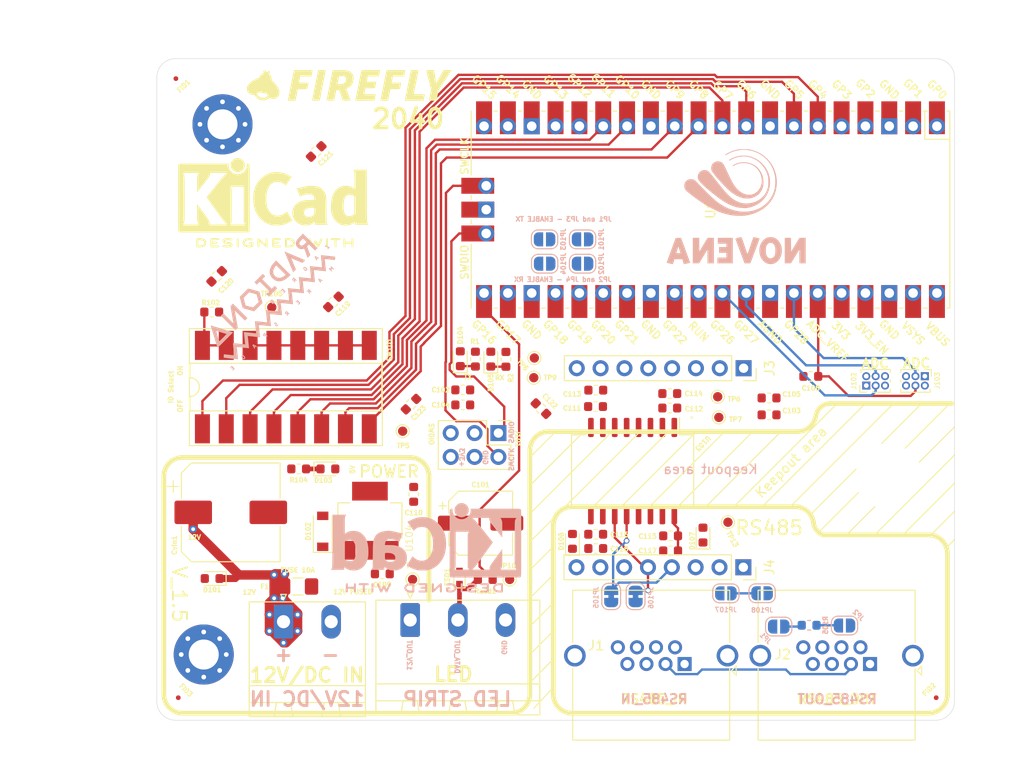
<source format=kicad_pcb>
(kicad_pcb (version 20171130) (host pcbnew 5.1.9+dfsg1-1+deb11u1)
  (layers (0 F.Cu signal) (1 GND.Cu power) (2 POWER.Cu power) (31 B.Cu signal) (34 B.Paste user) (35 F.Paste user) (36 B.SilkS user) (37 F.SilkS user) (38 B.Mask user) (39 F.Mask user) (44 Edge.Cuts user))
  (net 0 "")
  (net 1 GND1)
  (net 2 +3V3)
  (net 3 GND2)
  (net 4 "Net-(D103-Pad1)")
  (net 5 /DMX_Receive)
  (net 6 /DMX_Enable_Receive)
  (net 7 /DMX_Enable_Send)
  (net 8 /DMX_Send)
  (net 9 /RS485_transciever/DMX+)
  (net 10 /RS485_transciever/DXMgnd)
  (net 11 /RS485_transciever/DMX-)
  (net 12 /RS485_transciever/DMXTransmitterZ)
  (net 13 /RS485_transciever/DMXTransmitterY)
  (net 14 /RS485_transciever/DMXgnd)
  (net 15 /RS485_transciever/DMXchassignd)
  (net 16 "Net-(R102-Pad2)")
  (net 17 "Net-(ESD1-Pad1)")
  (net 18 /Addressable)
  (net 19 /SW_1)
  (net 20 /SW_2)
  (net 21 /SW_3)
  (net 22 /SW_4)
  (net 23 /SW_5)
  (net 24 /SW_6)
  (net 25 /SW_7)
  (net 26 /SW_8)
  (net 27 DMX_3V)
  (net 28 Vin_fused)
  (net 29 "Net-(JP1-Pad2)")
  (net 30 "Net-(JP2-Pad1)")
  (net 31 "Net-(D104-Pad1)")
  (net 32 "Net-(D105-Pad1)")
  (net 33 /Vin)
  (net 34 /A0)
  (net 35 /A3)
  (net 36 /A5)
  (net 37 /A4)
  (net 38 "Net-(U1-Pad19)")
  (net 39 "Net-(U1-Pad20)")
  (net 40 "Net-(U1-Pad25)")
  (net 41 "Net-(U1-Pad26)")
  (net 42 "Net-(U1-Pad27)")
  (net 43 "Net-(U1-Pad29)")
  (net 44 "Net-(U1-Pad30)")
  (net 45 "Net-(U1-Pad37)")
  (net 46 "Net-(U1-Pad39)")
  (net 47 "Net-(U1-Pad40)")
  (net 48 "Net-(U1-Pad1)")
  (net 49 "Net-(U1-Pad2)")
  (net 50 "Net-(U1-Pad4)")
  (net 51 "Net-(U1-Pad5)")
  (net 52 /SWDIO)
  (net 53 /SWCLK)
  (module Symbol:KiCad-Logo2_8mm_SilkScreen (layer F.Cu) (at 148.475 60.03)
    (fp_text reference REF** hide)
    (fp_text value KiCad-Logo2_8mm_SilkScreen hide)
  )
  (module Capacitor_SMD:C_0603_1608Metric (layer F.Cu) (at 142.455 68.7 225)
    (fp_text reference C120 (at 0 -1.414214 45) (layer F.SilkS) (effects (font (size 0.5 0.5) (thickness 0.125))))
    (fp_text value 100n hide)
    (pad 2 smd roundrect (at 0.7875 0 225) (size 0.875 0.95) (layers F.Cu F.Paste F.Mask))
    (pad 1 smd roundrect (at -0.7875 0 225) (size 0.875 0.95) (layers F.Cu F.Paste F.Mask))
  )
  (module Symbol:KiCad-Logo2_8mm_SilkScreen (layer B.Cu) (at 164.775 96.8 180)
    (fp_text reference REF** hide)
    (fp_text value KiCad-Logo2_8mm_SilkScreen hide)
  )
  (module Jumper:SolderJumper-2_P1.3mm_Open_RoundedPad1.0x1.5mm (layer B.Cu) (at 209.355 105.91)
    (fp_text reference JP2 (at 1.49 -1.1 135) (layer B.SilkS) (effects (font (size 0.5 0.5) (thickness 0.125)) (justify mirror)))
    (fp_text value ET2 hide)
    (pad 1 smd custom (at -0.65 0) (size 1 0.5) (layers B.Cu B.Mask) (net 30 "Net-(JP2-Pad1)") (options (clearance outline) (anchor rect)) (primitives (gr_circle (center 0 -0.25) (end 0.5 -0.25) (width 0)) (gr_circle (center 0 0.25) (end 0.5 0.25) (width 0)) (gr_poly (pts (xy 0 0.75) (xy 0.5 0.75) (xy 0.5 -0.75) (xy 0 -0.75)) (width 0))))
    (pad 2 smd custom (at 0.65 0) (size 1 0.5) (layers B.Cu B.Mask) (options (clearance outline) (anchor rect)) (primitives (gr_circle (center 0 -0.25) (end 0.5 -0.25) (width 0)) (gr_circle (center 0 0.25) (end 0.5 0.25) (width 0)) (gr_poly (pts (xy 0 0.75) (xy -0.5 0.75) (xy -0.5 -0.75) (xy 0 -0.75)) (width 0))))
  )
  (module Jumper:SolderJumper-2_P1.3mm_Open_RoundedPad1.0x1.5mm (layer B.Cu) (at 202.345 106.02)
    (fp_text reference JP1 (at -1.4 1.25 -45) (layer B.SilkS) (effects (font (size 0.5 0.5) (thickness 0.125)) (justify mirror)))
    (fp_text value ET1 hide)
    (pad 2 smd custom (at 0.65 0) (size 1 0.5) (layers B.Cu B.Mask) (net 29 "Net-(JP1-Pad2)") (options (clearance outline) (anchor rect)) (primitives (gr_circle (center 0 -0.25) (end 0.5 -0.25) (width 0)) (gr_circle (center 0 0.25) (end 0.5 0.25) (width 0)) (gr_poly (pts (xy 0 0.75) (xy -0.5 0.75) (xy -0.5 -0.75) (xy 0 -0.75)) (width 0))))
    (pad 1 smd custom (at -0.65 0) (size 1 0.5) (layers B.Cu B.Mask) (options (clearance outline) (anchor rect)) (primitives (gr_circle (center 0 -0.25) (end 0.5 -0.25) (width 0)) (gr_circle (center 0 0.25) (end 0.5 0.25) (width 0)) (gr_poly (pts (xy 0 0.75) (xy 0.5 0.75) (xy 0.5 -0.75) (xy 0 -0.75)) (width 0))))
  )
  (module Jumper:SolderJumper-2_P1.3mm_Open_RoundedPad1.0x1.5mm (layer B.Cu) (at 200.575 102.47)
    (fp_text reference JP108 (at 0 1.8) (layer B.SilkS) (effects (font (size 0.5 0.5) (thickness 0.1)) (justify mirror)))
    (fp_text value SolderJumper_2_Open hide)
    (pad 1 smd custom (at -0.65 0) (size 1 0.5) (layers B.Cu B.Mask) (net 14 /RS485_transciever/DMXgnd) (options (clearance outline) (anchor rect)) (primitives (gr_circle (center 0 -0.25) (end 0.5 -0.25) (width 0)) (gr_circle (center 0 0.25) (end 0.5 0.25) (width 0)) (gr_poly (pts (xy 0 0.75) (xy 0.5 0.75) (xy 0.5 -0.75) (xy 0 -0.75)) (width 0))))
    (pad 2 smd custom (at 0.65 0) (size 1 0.5) (layers B.Cu B.Mask) (options (clearance outline) (anchor rect)) (primitives (gr_circle (center 0 -0.25) (end 0.5 -0.25) (width 0)) (gr_circle (center 0 0.25) (end 0.5 0.25) (width 0)) (gr_poly (pts (xy 0 0.75) (xy -0.5 0.75) (xy -0.5 -0.75) (xy 0 -0.75)) (width 0))))
  )
  (module Jumper:SolderJumper-2_P1.3mm_Open_RoundedPad1.0x1.5mm (layer B.Cu) (at 177.405 67.35)
    (fp_text reference JP104 (at 2 0 -270) (layer B.SilkS) (effects (font (size 0.5 0.5) (thickness 0.125)) (justify mirror)))
    (fp_text value Driver_Disable1 hide)
    (pad 1 smd custom (at -0.65 0) (size 1 0.5) (layers B.Cu B.Mask) (options (clearance outline) (anchor rect)) (primitives (gr_circle (center 0 -0.25) (end 0.5 -0.25) (width 0)) (gr_circle (center 0 0.25) (end 0.5 0.25) (width 0)) (gr_poly (pts (xy 0 0.75) (xy 0.5 0.75) (xy 0.5 -0.75) (xy 0 -0.75)) (width 0))))
    (pad 2 smd custom (at 0.65 0) (size 1 0.5) (layers B.Cu B.Mask) (options (clearance outline) (anchor rect)) (primitives (gr_circle (center 0 -0.25) (end 0.5 -0.25) (width 0)) (gr_circle (center 0 0.25) (end 0.5 0.25) (width 0)) (gr_poly (pts (xy 0 0.75) (xy -0.5 0.75) (xy -0.5 -0.75) (xy 0 -0.75)) (width 0))))
  )
  (module Jumper:SolderJumper-2_P1.3mm_Open_RoundedPad1.0x1.5mm (layer B.Cu) (at 177.395 64.76 180)
    (fp_text reference JP103 (at -2 0 270) (layer B.SilkS) (effects (font (size 0.5 0.5) (thickness 0.125)) (justify mirror)))
    (fp_text value Driver_Enable1 hide)
    (pad 2 smd custom (at 0.65 0 180) (size 1 0.5) (layers B.Cu B.Mask) (options (clearance outline) (anchor rect)) (primitives (gr_circle (center 0 -0.25) (end 0.5 -0.25) (width 0)) (gr_circle (center 0 0.25) (end 0.5 0.25) (width 0)) (gr_poly (pts (xy 0 0.75) (xy -0.5 0.75) (xy -0.5 -0.75) (xy 0 -0.75)) (width 0))))
    (pad 1 smd custom (at -0.65 0 180) (size 1 0.5) (layers B.Cu B.Mask) (options (clearance outline) (anchor rect)) (primitives (gr_circle (center 0 -0.25) (end 0.5 -0.25) (width 0)) (gr_circle (center 0 0.25) (end 0.5 0.25) (width 0)) (gr_poly (pts (xy 0 0.75) (xy 0.5 0.75) (xy 0.5 -0.75) (xy 0 -0.75)) (width 0))))
  )
  (module Jumper:SolderJumper-2_P1.3mm_Open_RoundedPad1.0x1.5mm (layer B.Cu) (at 181.445 67.35)
    (fp_text reference JP102 (at 2 0 90) (layer B.SilkS) (effects (font (size 0.5 0.5) (thickness 0.125)) (justify mirror)))
    (fp_text value Receiver_Enable1 hide)
    (pad 1 smd custom (at -0.65 0) (size 1 0.5) (layers B.Cu B.Mask) (options (clearance outline) (anchor rect)) (primitives (gr_circle (center 0 -0.25) (end 0.5 -0.25) (width 0)) (gr_circle (center 0 0.25) (end 0.5 0.25) (width 0)) (gr_poly (pts (xy 0 0.75) (xy 0.5 0.75) (xy 0.5 -0.75) (xy 0 -0.75)) (width 0))))
    (pad 2 smd custom (at 0.65 0) (size 1 0.5) (layers B.Cu B.Mask) (options (clearance outline) (anchor rect)) (primitives (gr_circle (center 0 -0.25) (end 0.5 -0.25) (width 0)) (gr_circle (center 0 0.25) (end 0.5 0.25) (width 0)) (gr_poly (pts (xy 0 0.75) (xy -0.5 0.75) (xy -0.5 -0.75) (xy 0 -0.75)) (width 0))))
  )
  (module Jumper:SolderJumper-2_P1.3mm_Open_RoundedPad1.0x1.5mm (layer B.Cu) (at 181.445 64.76 180)
    (fp_text reference JP101 (at -2 0 270) (layer B.SilkS) (effects (font (size 0.5 0.5) (thickness 0.125)) (justify mirror)))
    (fp_text value Receiver_Disable1 hide)
    (pad 2 smd custom (at 0.65 0 180) (size 1 0.5) (layers B.Cu B.Mask) (options (clearance outline) (anchor rect)) (primitives (gr_circle (center 0 -0.25) (end 0.5 -0.25) (width 0)) (gr_circle (center 0 0.25) (end 0.5 0.25) (width 0)) (gr_poly (pts (xy 0 0.75) (xy -0.5 0.75) (xy -0.5 -0.75) (xy 0 -0.75)) (width 0))))
    (pad 1 smd custom (at -0.65 0 180) (size 1 0.5) (layers B.Cu B.Mask) (options (clearance outline) (anchor rect)) (primitives (gr_circle (center 0 -0.25) (end 0.5 -0.25) (width 0)) (gr_circle (center 0 0.25) (end 0.5 0.25) (width 0)) (gr_poly (pts (xy 0 0.75) (xy 0.5 0.75) (xy 0.5 -0.75) (xy 0 -0.75)) (width 0))))
  )
  (module Jumper:SolderJumper-2_P1.3mm_Open_RoundedPad1.0x1.5mm (layer B.Cu) (at 196.715 102.48)
    (fp_text reference JP107 (at 0 1.75) (layer B.SilkS) (effects (font (size 0.5 0.5) (thickness 0.1)) (justify mirror)))
    (fp_text value SolderJumper_2_Open hide)
    (pad 2 smd custom (at 0.65 0) (size 1 0.5) (layers B.Cu B.Mask) (net 14 /RS485_transciever/DMXgnd) (options (clearance outline) (anchor rect)) (primitives (gr_circle (center 0 -0.25) (end 0.5 -0.25) (width 0)) (gr_circle (center 0 0.25) (end 0.5 0.25) (width 0)) (gr_poly (pts (xy 0 0.75) (xy -0.5 0.75) (xy -0.5 -0.75) (xy 0 -0.75)) (width 0))))
    (pad 1 smd custom (at -0.65 0) (size 1 0.5) (layers B.Cu B.Mask) (options (clearance outline) (anchor rect)) (primitives (gr_circle (center 0 -0.25) (end 0.5 -0.25) (width 0)) (gr_circle (center 0 0.25) (end 0.5 0.25) (width 0)) (gr_poly (pts (xy 0 0.75) (xy 0.5 0.75) (xy 0.5 -0.75) (xy 0 -0.75)) (width 0))))
  )
  (module logo:FireFly_big (layer F.Cu) (at 156.675 48.375)
    (fp_text reference G*** hide)
    (fp_text value LOGO hide)
  )
  (module logo:novena (layer B.Cu) (at 198.295 61.64 180)
    (fp_text reference G*** hide)
    (fp_text value LOGO hide)
  )
  (module logo:radiona-16mm (layer B.Cu) (at 148.25 71.075 225)
    (fp_text reference G*** hide)
    (fp_text value LOGO hide)
  )
  (module Capacitor_SMD:C_0603_1608Metric (layer F.Cu) (at 160.105 100.4 180)
    (fp_text reference C109 (at 0.02 -1.16 180) (layer F.SilkS) (effects (font (size 0.5 0.5) (thickness 0.125))))
    (fp_text value 1uF hide)
    (pad 2 smd roundrect (at 0.7875 0 180) (size 0.875 0.95) (layers F.Cu F.Paste F.Mask))
    (pad 1 smd roundrect (at -0.7875 0 180) (size 0.875 0.95) (layers F.Cu F.Paste F.Mask))
  )
  (module Fiducial:Fiducial_0.5mm_Mask1mm (layer F.Cu) (at 138.361 113.6 45)
    (fp_text reference FID3 (at 1.14127 0.009899 135) (layer F.SilkS) (effects (font (size 0.5 0.5) (thickness 0.125))))
    (fp_text value FID_TLV hide)
    (pad "" smd circle (at 0 0 45) (size 0.5 0.5) (layers F.Cu F.Mask) (clearance 0.25))
  )
  (module Fiducial:Fiducial_0.5mm_Mask1mm (layer F.Cu) (at 138.107 47.628 225)
    (fp_text reference FID1 (at -0.018385 -1.152584 45) (layer F.SilkS) (effects (font (size 0.5 0.5) (thickness 0.125))))
    (fp_text value FID_ATM hide)
    (pad "" smd circle (at 0 0 225) (size 0.5 0.5) (layers F.Cu F.Mask) (clearance 0.25))
  )
  (module Capacitor_SMD:C_0603_1608Metric (layer F.Cu) (at 153.0592 55.39224 45)
    (fp_text reference C121 (at 0.176777 1.237437 45) (layer F.SilkS) (effects (font (size 0.5 0.5) (thickness 0.125))))
    (fp_text value 100n hide)
    (pad 1 smd roundrect (at -0.7875 0 45) (size 0.875 0.95) (layers F.Cu F.Paste F.Mask))
    (pad 2 smd roundrect (at 0.7875 0 45) (size 0.875 0.95) (layers F.Cu F.Paste F.Mask))
  )
  (module Capacitor_SMD:C_0603_1608Metric (layer F.Cu) (at 163.167353 82.317247 45)
    (fp_text reference C123 (at -0.096383 1.237437 45) (layer F.SilkS) (effects (font (size 0.5 0.5) (thickness 0.125))))
    (fp_text value 100n hide)
    (pad 1 smd roundrect (at -0.7875 0 45) (size 0.875 0.95) (layers F.Cu F.Paste F.Mask))
    (pad 2 smd roundrect (at 0.7875 0 45) (size 0.875 0.95) (layers F.Cu F.Paste F.Mask))
  )
  (module Resistor_SMD:R_0603_1608Metric (layer F.Cu) (at 173.275 77.54 270)
    (fp_text reference R2 (at 1.99 -0.53 90) (layer F.SilkS) (effects (font (size 0.5 0.5) (thickness 0.125))))
    (fp_text value 300 hide)
    (pad 2 smd roundrect (at 0.7875 0 270) (size 0.875 0.95) (layers F.Cu F.Paste F.Mask) (net 32 "Net-(D105-Pad1)"))
    (pad 1 smd roundrect (at -0.7875 0 270) (size 0.875 0.95) (layers F.Cu F.Paste F.Mask))
  )
  (module Connector_RJ:RJ45_Amphenol_RJHSE5380 (layer F.Cu) (at 212.075 110.01 180)
    (fp_text reference J2 (at 9.29 1.02) (layer F.SilkS))
    (fp_text value RJ45_Shielded hide)
    (pad SH thru_hole circle (at -4.57 0.89 180) (size 2.3 2.3) (drill 1.57) (layers *.Cu *.Mask))
    (pad SH thru_hole circle (at 11.69 0.89 180) (size 2.3 2.3) (drill 1.57) (layers *.Cu *.Mask))
    (pad "" np_thru_hole circle (at 9.91 -2.54 180) (size 3.25 3.25) (drill 3.25) (layers *.Cu *.Mask))
    (pad "" np_thru_hole circle (at -2.79 -2.54 180) (size 3.25 3.25) (drill 3.25) (layers *.Cu *.Mask))
    (pad 8 thru_hole circle (at 7.112 1.78 180) (size 1.5 1.5) (drill 0.89) (layers *.Cu *.Mask))
    (pad 6 thru_hole circle (at 5.08 1.78 180) (size 1.5 1.5) (drill 0.89) (layers *.Cu *.Mask))
    (pad 4 thru_hole circle (at 3.048 1.78 180) (size 1.5 1.5) (drill 0.89) (layers *.Cu *.Mask))
    (pad 2 thru_hole circle (at 1.016 1.78 180) (size 1.5 1.5) (drill 0.89) (layers *.Cu *.Mask))
    (pad 7 thru_hole circle (at 6.096 0 180) (size 1.5 1.5) (drill 0.89) (layers *.Cu *.Mask))
    (pad 5 thru_hole circle (at 4.064 0 180) (size 1.5 1.5) (drill 0.89) (layers *.Cu *.Mask))
    (pad 3 thru_hole circle (at 2.032 0 180) (size 1.5 1.5) (drill 0.89) (layers *.Cu *.Mask) (net 10 /RS485_transciever/DXMgnd))
    (pad 1 thru_hole rect (at 0 0 180) (size 1.5 1.5) (drill 0.89) (layers *.Cu *.Mask))
  )
  (module Connector_RJ:RJ45_Amphenol_RJHSE5380 (layer F.Cu) (at 192.315 110.01 180)
    (fp_text reference J1 (at 9.43 1.98) (layer F.SilkS))
    (fp_text value RJ45_Shielded hide)
    (pad 1 thru_hole rect (at 0 0 180) (size 1.5 1.5) (drill 0.89) (layers *.Cu *.Mask))
    (pad 3 thru_hole circle (at 2.032 0 180) (size 1.5 1.5) (drill 0.89) (layers *.Cu *.Mask) (net 10 /RS485_transciever/DXMgnd))
    (pad 5 thru_hole circle (at 4.064 0 180) (size 1.5 1.5) (drill 0.89) (layers *.Cu *.Mask))
    (pad 7 thru_hole circle (at 6.096 0 180) (size 1.5 1.5) (drill 0.89) (layers *.Cu *.Mask))
    (pad 2 thru_hole circle (at 1.016 1.78 180) (size 1.5 1.5) (drill 0.89) (layers *.Cu *.Mask))
    (pad 4 thru_hole circle (at 3.048 1.78 180) (size 1.5 1.5) (drill 0.89) (layers *.Cu *.Mask))
    (pad 6 thru_hole circle (at 5.08 1.78 180) (size 1.5 1.5) (drill 0.89) (layers *.Cu *.Mask))
    (pad 8 thru_hole circle (at 7.112 1.78 180) (size 1.5 1.5) (drill 0.89) (layers *.Cu *.Mask))
    (pad "" np_thru_hole circle (at -2.79 -2.54 180) (size 3.25 3.25) (drill 3.25) (layers *.Cu *.Mask))
    (pad "" np_thru_hole circle (at 9.91 -2.54 180) (size 3.25 3.25) (drill 3.25) (layers *.Cu *.Mask))
    (pad SH thru_hole circle (at 11.69 0.89 180) (size 2.3 2.3) (drill 1.57) (layers *.Cu *.Mask))
    (pad SH thru_hole circle (at -4.57 0.89 180) (size 2.3 2.3) (drill 1.57) (layers *.Cu *.Mask))
  )
  (module Connector_Phoenix_MSTB:PhoenixContact_MSTBA_2,5_3-G-5,08_1x03_P5.08mm_Horizontal (layer F.Cu) (at 163.075 105.32)
    (fp_text reference Jadd1 hide)
    (fp_text value MSTBA3 hide)
    (pad 1 thru_hole roundrect (at 0 0) (size 2.08 3.6) (drill 1.4) (layers *.Cu *.Mask) (roundrect_rratio 0.1201908653846154))
    (pad 2 thru_hole oval (at 5.08 0) (size 2.08 3.6) (drill 1.4) (layers *.Cu *.Mask) (net 17 "Net-(ESD1-Pad1)"))
    (pad 3 thru_hole oval (at 10.16 0) (size 2.08 3.6) (drill 1.4) (layers *.Cu *.Mask))
  )
  (module Capacitor_SMD:CP_Elec_10x10 (layer F.Cu) (at 143.955 93.85)
    (fp_text reference Cvin1 (at -6 3.5 90) (layer F.SilkS) (effects (font (size 0.5 0.5) (thickness 0.125))))
    (fp_text value "100µF 50V 27mΩ" hide)
    (pad 1 smd roundrect (at -4 0) (size 4 2.5) (layers F.Cu F.Paste F.Mask) (roundrect_rratio 0.1) (net 33 /Vin))
    (pad 2 smd roundrect (at 4 0) (size 4 2.5) (layers F.Cu F.Paste F.Mask) (roundrect_rratio 0.1))
  )
  (module Capacitor_SMD:C_0603_1608Metric (layer F.Cu) (at 168.675 80.8)
    (fp_text reference C102 (at -2.35 0) (layer F.SilkS) (effects (font (size 0.5 0.5) (thickness 0.125))))
    (fp_text value 100n hide)
    (pad 1 smd roundrect (at -0.7875 0) (size 0.875 0.95) (layers F.Cu F.Paste F.Mask))
    (pad 2 smd roundrect (at 0.7875 0) (size 0.875 0.95) (layers F.Cu F.Paste F.Mask))
  )
  (module Capacitor_SMD:C_0603_1608Metric (layer F.Cu) (at 201.315 83.46 180)
    (fp_text reference C103 (at -2.4 0.45 180) (layer F.SilkS) (effects (font (size 0.5 0.5) (thickness 0.125))))
    (fp_text value 100n hide)
    (pad 2 smd roundrect (at 0.7875 0 180) (size 0.875 0.95) (layers F.Cu F.Paste F.Mask))
    (pad 1 smd roundrect (at -0.7875 0 180) (size 0.875 0.95) (layers F.Cu F.Paste F.Mask))
  )
  (module Capacitor_SMD:C_0603_1608Metric (layer F.Cu) (at 168.675 82.4)
    (fp_text reference C104 (at -2.35 0) (layer F.SilkS) (effects (font (size 0.5 0.5) (thickness 0.125))))
    (fp_text value 10n hide)
    (pad 1 smd roundrect (at -0.7875 0) (size 0.875 0.95) (layers F.Cu F.Paste F.Mask))
    (pad 2 smd roundrect (at 0.7875 0) (size 0.875 0.95) (layers F.Cu F.Paste F.Mask))
  )
  (module Capacitor_SMD:C_0603_1608Metric (layer F.Cu) (at 201.315 81.66 180)
    (fp_text reference C105 (at -2.4 0.4) (layer F.SilkS) (effects (font (size 0.5 0.5) (thickness 0.125))))
    (fp_text value 10n hide)
    (pad 2 smd roundrect (at 0.7875 0 180) (size 0.875 0.95) (layers F.Cu F.Paste F.Mask))
    (pad 1 smd roundrect (at -0.7875 0 180) (size 0.875 0.95) (layers F.Cu F.Paste F.Mask))
  )
  (module Capacitor_SMD:C_0603_1608Metric (layer F.Cu) (at 205.765 79.36 180)
    (fp_text reference C108 (at 0 -1.25) (layer F.SilkS) (effects (font (size 0.5 0.5) (thickness 0.125))))
    (fp_text value 100n hide)
    (pad 2 smd roundrect (at 0.7875 0 180) (size 0.875 0.95) (layers F.Cu F.Paste F.Mask))
    (pad 1 smd roundrect (at -0.7875 0 180) (size 0.875 0.95) (layers F.Cu F.Paste F.Mask) (net 36 /A5))
  )
  (module Capacitor_SMD:C_0603_1608Metric (layer F.Cu) (at 163.445 91.93 270)
    (fp_text reference C110 (at 1.96 0 180) (layer F.SilkS) (effects (font (size 0.5 0.5) (thickness 0.125))))
    (fp_text value 1uF hide)
    (pad 1 smd roundrect (at -0.7875 0 270) (size 0.875 0.95) (layers F.Cu F.Paste F.Mask))
    (pad 2 smd roundrect (at 0.7875 0 270) (size 0.875 0.95) (layers F.Cu F.Paste F.Mask))
  )
  (module Capacitor_SMD:C_0603_1608Metric (layer F.Cu) (at 182.825 82.575 180)
    (fp_text reference C111 (at 2.5 -0.175) (layer F.SilkS) (effects (font (size 0.5 0.5) (thickness 0.125))))
    (fp_text value 10n hide)
    (pad 1 smd roundrect (at -0.7875 0 180) (size 0.875 0.95) (layers F.Cu F.Paste F.Mask))
    (pad 2 smd roundrect (at 0.7875 0 180) (size 0.875 0.95) (layers F.Cu F.Paste F.Mask))
  )
  (module Capacitor_SMD:C_0603_1608Metric (layer F.Cu) (at 190.735 82.73 180)
    (fp_text reference C112 (at -2.575 -0.1) (layer F.SilkS) (effects (font (size 0.5 0.5) (thickness 0.125))))
    (fp_text value 10n hide)
    (pad 2 smd roundrect (at 0.7875 0 180) (size 0.875 0.95) (layers F.Cu F.Paste F.Mask))
    (pad 1 smd roundrect (at -0.7875 0 180) (size 0.875 0.95) (layers F.Cu F.Paste F.Mask))
  )
  (module Capacitor_SMD:C_0603_1608Metric (layer F.Cu) (at 182.85 80.825)
    (fp_text reference C113 (at -2.525 0.425) (layer F.SilkS) (effects (font (size 0.5 0.5) (thickness 0.125))))
    (fp_text value 100n hide)
    (pad 1 smd roundrect (at -0.7875 0) (size 0.875 0.95) (layers F.Cu F.Paste F.Mask))
    (pad 2 smd roundrect (at 0.7875 0) (size 0.875 0.95) (layers F.Cu F.Paste F.Mask))
  )
  (module Capacitor_SMD:C_0603_1608Metric (layer F.Cu) (at 190.735 81.19)
    (fp_text reference C114 (at 2.55 0) (layer F.SilkS) (effects (font (size 0.5 0.5) (thickness 0.125))))
    (fp_text value 100n hide)
    (pad 1 smd roundrect (at -0.7875 0) (size 0.875 0.95) (layers F.Cu F.Paste F.Mask))
    (pad 2 smd roundrect (at 0.7875 0) (size 0.875 0.95) (layers F.Cu F.Paste F.Mask))
  )
  (module Capacitor_SMD:C_0603_1608Metric (layer F.Cu) (at 190.825 96.35)
    (fp_text reference C115 (at -2.45 0.05) (layer F.SilkS) (effects (font (size 0.5 0.5) (thickness 0.125))))
    (fp_text value 10n hide)
    (pad 1 smd roundrect (at -0.7875 0) (size 0.875 0.95) (layers F.Cu F.Paste F.Mask))
    (pad 2 smd roundrect (at 0.7875 0) (size 0.875 0.95) (layers F.Cu F.Paste F.Mask) (net 3 GND2))
  )
  (module Capacitor_SMD:C_0603_1608Metric (layer F.Cu) (at 182.84 96.18)
    (fp_text reference C116 (at 2.525 0.05) (layer F.SilkS) (effects (font (size 0.5 0.5) (thickness 0.125))))
    (fp_text value 10n hide)
    (pad 1 smd roundrect (at -0.7875 0) (size 0.875 0.95) (layers F.Cu F.Paste F.Mask))
    (pad 2 smd roundrect (at 0.7875 0) (size 0.875 0.95) (layers F.Cu F.Paste F.Mask))
  )
  (module Capacitor_SMD:C_0603_1608Metric (layer F.Cu) (at 190.825 97.95)
    (fp_text reference C117 (at -2.45 0) (layer F.SilkS) (effects (font (size 0.5 0.5) (thickness 0.125))))
    (fp_text value 100n hide)
    (pad 2 smd roundrect (at 0.7875 0) (size 0.875 0.95) (layers F.Cu F.Paste F.Mask) (net 3 GND2))
    (pad 1 smd roundrect (at -0.7875 0) (size 0.875 0.95) (layers F.Cu F.Paste F.Mask))
  )
  (module Capacitor_SMD:C_0603_1608Metric (layer F.Cu) (at 182.845 97.7)
    (fp_text reference C118 (at 2.525 0.05) (layer F.SilkS) (effects (font (size 0.5 0.5) (thickness 0.125))))
    (fp_text value 100n hide)
    (pad 2 smd roundrect (at 0.7875 0) (size 0.875 0.95) (layers F.Cu F.Paste F.Mask))
    (pad 1 smd roundrect (at -0.7875 0) (size 0.875 0.95) (layers F.Cu F.Paste F.Mask))
  )
  (module Diode_SMD:D_SOD-123 (layer F.Cu) (at 153.755 95.87 90)
    (fp_text reference D102 (at -0.01 -1.55 90) (layer F.SilkS) (effects (font (size 0.5 0.5) (thickness 0.125))))
    (fp_text value D_Schottky_Small hide)
    (pad 1 smd rect (at -1.65 0 90) (size 0.9 1.2) (layers F.Cu F.Paste F.Mask))
    (pad 2 smd rect (at 1.65 0 90) (size 0.9 1.2) (layers F.Cu F.Paste F.Mask))
  )
  (module LED_SMD:LED_0603_1608Metric (layer F.Cu) (at 154.305 89.22)
    (fp_text reference D103 (at -0.49 1.21 180) (layer F.SilkS) (effects (font (size 0.5 0.5) (thickness 0.125))))
    (fp_text value LED_3V hide)
    (pad 2 smd roundrect (at 0.7875 0) (size 0.875 0.95) (layers F.Cu F.Paste F.Mask))
    (pad 1 smd roundrect (at -0.7875 0) (size 0.875 0.95) (layers F.Cu F.Paste F.Mask) (net 4 "Net-(D103-Pad1)"))
  )
  (module Connector_PinHeader_2.54mm:PinHeader_2x03_P2.54mm_Vertical (layer F.Cu) (at 172.475 85.4 270)
    (fp_text reference J101 (at 0.6 -2.1 270 unlocked) (layer F.SilkS) (effects (font (size 0.5 0.5) (thickness 0.125))))
    (fp_text value Conn_02x03_Counter_Clockwise hide)
    (pad 1 thru_hole rect (at 0 0 270) (size 1.7 1.7) (drill 1) (layers *.Cu *.Mask) (net 52 /SWDIO))
    (pad 2 thru_hole oval (at 2.54 0 270) (size 1.7 1.7) (drill 1) (layers *.Cu *.Mask) (net 53 /SWCLK))
    (pad 3 thru_hole oval (at 0 2.54 270) (size 1.7 1.7) (drill 1) (layers *.Cu *.Mask))
    (pad 4 thru_hole oval (at 2.54 2.54 270) (size 1.7 1.7) (drill 1) (layers *.Cu *.Mask))
    (pad 5 thru_hole oval (at 0 5.08 270) (size 1.7 1.7) (drill 1) (layers *.Cu *.Mask))
    (pad 6 thru_hole oval (at 2.54 5.08 270) (size 1.7 1.7) (drill 1) (layers *.Cu *.Mask))
  )
  (module Resistor_SMD:R_0603_1608Metric (layer F.Cu) (at 141.925 72.5 180)
    (fp_text reference R102 (at 0.1 1) (layer F.SilkS) (effects (font (size 0.5 0.5) (thickness 0.125))))
    (fp_text value 1K hide)
    (pad 1 smd roundrect (at -0.7875 0 180) (size 0.875 0.95) (layers F.Cu F.Paste F.Mask))
    (pad 2 smd roundrect (at 0.7875 0 180) (size 0.875 0.95) (layers F.Cu F.Paste F.Mask) (net 16 "Net-(R102-Pad2)"))
  )
  (module Resistor_SMD:R_0603_1608Metric (layer F.Cu) (at 151.195 89.22)
    (fp_text reference R104 (at 0.01 1.18 180) (layer F.SilkS) (effects (font (size 0.5 0.5) (thickness 0.125))))
    (fp_text value 300 hide)
    (pad 2 smd roundrect (at 0.7875 0) (size 0.875 0.95) (layers F.Cu F.Paste F.Mask) (net 4 "Net-(D103-Pad1)"))
    (pad 1 smd roundrect (at -0.7875 0) (size 0.875 0.95) (layers F.Cu F.Paste F.Mask))
  )
  (module Resistor_SMD:R_0603_1608Metric (layer B.Cu) (at 205.585 105.88)
    (fp_text reference R105 (at 1.75 0 -270) (layer B.SilkS) (effects (font (size 0.5 0.5) (thickness 0.125)) (justify mirror)))
    (fp_text value 120R hide)
    (pad 1 smd roundrect (at -0.7875 0) (size 0.875 0.95) (layers B.Cu B.Paste B.Mask) (net 29 "Net-(JP1-Pad2)"))
    (pad 2 smd roundrect (at 0.7875 0) (size 0.875 0.95) (layers B.Cu B.Paste B.Mask) (net 30 "Net-(JP2-Pad1)"))
  )
  (module Resistor_SMD:R_0603_1608Metric (layer F.Cu) (at 171.075 101)
    (fp_text reference Radd1 (at 0 1.25) (layer F.SilkS) (effects (font (size 0.5 0.5) (thickness 0.125))))
    (fp_text value 1k hide)
    (pad 1 smd roundrect (at -0.7875 0) (size 0.875 0.95) (layers F.Cu F.Paste F.Mask) (net 17 "Net-(ESD1-Pad1)"))
    (pad 2 smd roundrect (at 0.7875 0) (size 0.875 0.95) (layers F.Cu F.Paste F.Mask) (net 18 /Addressable))
  )
  (module Package_DIP:DIP-16_W8.89mm_SMDSocket_LongPads (layer F.Cu) (at 149.825 80.5 90)
    (fp_text reference SW101 (at 4 11.05 90) (layer F.SilkS) (effects (font (size 0.5 0.5) (thickness 0.125))))
    (fp_text value SW_DIP_x08 hide)
    (pad 1 smd rect (at -4.445 -8.89 90) (size 3.1 1.6) (layers F.Cu F.Paste F.Mask) (net 19 /SW_1))
    (pad 9 smd rect (at 4.445 8.89 90) (size 3.1 1.6) (layers F.Cu F.Paste F.Mask) (net 16 "Net-(R102-Pad2)"))
    (pad 2 smd rect (at -4.445 -6.35 90) (size 3.1 1.6) (layers F.Cu F.Paste F.Mask) (net 20 /SW_2))
    (pad 10 smd rect (at 4.445 6.35 90) (size 3.1 1.6) (layers F.Cu F.Paste F.Mask))
    (pad 3 smd rect (at -4.445 -3.81 90) (size 3.1 1.6) (layers F.Cu F.Paste F.Mask) (net 21 /SW_3))
    (pad 11 smd rect (at 4.445 3.81 90) (size 3.1 1.6) (layers F.Cu F.Paste F.Mask))
    (pad 4 smd rect (at -4.445 -1.27 90) (size 3.1 1.6) (layers F.Cu F.Paste F.Mask) (net 22 /SW_4))
    (pad 12 smd rect (at 4.445 1.27 90) (size 3.1 1.6) (layers F.Cu F.Paste F.Mask))
    (pad 5 smd rect (at -4.445 1.27 90) (size 3.1 1.6) (layers F.Cu F.Paste F.Mask) (net 23 /SW_5))
    (pad 13 smd rect (at 4.445 -1.27 90) (size 3.1 1.6) (layers F.Cu F.Paste F.Mask))
    (pad 6 smd rect (at -4.445 3.81 90) (size 3.1 1.6) (layers F.Cu F.Paste F.Mask) (net 24 /SW_6))
    (pad 14 smd rect (at 4.445 -3.81 90) (size 3.1 1.6) (layers F.Cu F.Paste F.Mask))
    (pad 7 smd rect (at -4.445 6.35 90) (size 3.1 1.6) (layers F.Cu F.Paste F.Mask) (net 25 /SW_7))
    (pad 15 smd rect (at 4.445 -6.35 90) (size 3.1 1.6) (layers F.Cu F.Paste F.Mask))
    (pad 8 smd rect (at -4.445 8.89 90) (size 3.1 1.6) (layers F.Cu F.Paste F.Mask) (net 26 /SW_8))
    (pad 16 smd rect (at 4.445 -8.89 90) (size 3.1 1.6) (layers F.Cu F.Paste F.Mask) (net 16 "Net-(R102-Pad2)"))
  )
  (module Package_SO:SOIC-16W_7.5x12.8mm_P1.27mm (layer F.Cu) (at 186.775 89.45 270)
    (fp_text reference U103 (at -2.95 -7.5 225 unlocked) (layer F.SilkS) (effects (font (size 0.5 0.5) (thickness 0.125))))
    (fp_text value ADM2687E hide)
    (pad 1 smd roundrect (at -4.65 -4.445 270) (size 2.05 0.6) (layers F.Cu F.Paste F.Mask))
    (pad 2 smd roundrect (at -4.65 -3.175 270) (size 2.05 0.6) (layers F.Cu F.Paste F.Mask))
    (pad 3 smd roundrect (at -4.65 -1.905 270) (size 2.05 0.6) (layers F.Cu F.Paste F.Mask))
    (pad 4 smd roundrect (at -4.65 -0.635 270) (size 2.05 0.6) (layers F.Cu F.Paste F.Mask))
    (pad 5 smd roundrect (at -4.65 0.635 270) (size 2.05 0.6) (layers F.Cu F.Paste F.Mask))
    (pad 6 smd roundrect (at -4.65 1.905 270) (size 2.05 0.6) (layers F.Cu F.Paste F.Mask))
    (pad 7 smd roundrect (at -4.65 3.175 270) (size 2.05 0.6) (layers F.Cu F.Paste F.Mask))
    (pad 8 smd roundrect (at -4.65 4.445 270) (size 2.05 0.6) (layers F.Cu F.Paste F.Mask))
    (pad 9 smd roundrect (at 4.65 4.445 270) (size 2.05 0.6) (layers F.Cu F.Paste F.Mask))
    (pad 10 smd roundrect (at 4.65 3.175 270) (size 2.05 0.6) (layers F.Cu F.Paste F.Mask))
    (pad 11 smd roundrect (at 4.65 1.905 270) (size 2.05 0.6) (layers F.Cu F.Paste F.Mask) (net 13 /RS485_transciever/DMXTransmitterY))
    (pad 12 smd roundrect (at 4.65 0.635 270) (size 2.05 0.6) (layers F.Cu F.Paste F.Mask) (net 12 /RS485_transciever/DMXTransmitterZ))
    (pad 13 smd roundrect (at 4.65 -0.635 270) (size 2.05 0.6) (layers F.Cu F.Paste F.Mask))
    (pad 14 smd roundrect (at 4.65 -1.905 270) (size 2.05 0.6) (layers F.Cu F.Paste F.Mask))
    (pad 15 smd roundrect (at 4.65 -3.175 270) (size 2.05 0.6) (layers F.Cu F.Paste F.Mask))
    (pad 16 smd roundrect (at 4.65 -4.445 270) (size 2.05 0.6) (layers F.Cu F.Paste F.Mask) (net 3 GND2))
  )
  (module Fuse:Fuse_1206_3216Metric_Pad1.42x1.75mm_HandSolder (layer F.Cu) (at 151.075 101.75 180)
    (fp_text reference F1 (at 3.5 0) (layer F.SilkS) (effects (font (size 0.5 0.5) (thickness 0.125))))
    (fp_text value "Fuse DNP" hide)
    (pad 1 smd roundrect (at -1.4875 0 180) (size 1.425 1.75) (layers F.Cu F.Paste F.Mask) (roundrect_rratio 0.1754385964912281))
    (pad 2 smd roundrect (at 1.4875 0 180) (size 1.425 1.75) (layers F.Cu F.Paste F.Mask) (roundrect_rratio 0.1754385964912281) (net 33 /Vin))
  )
  (module MountingHole:MountingHole_3.2mm_M3 (layer F.Cu) (at 214.075 90)
    (fp_text reference H3 hide)
    (fp_text value MountingHole hide)
    (pad 1 np_thru_hole circle (at 0 0) (size 3.2 3.2) (drill 3.2) (layers *.Cu *.Mask))
  )
  (module Connector_Phoenix_MSTB:PhoenixContact_MSTBA_2,5_2-G-5,08_1x02_P5.08mm_Horizontal (layer F.Cu) (at 149.575 105.5)
    (fp_text reference Jc1 hide)
    (fp_text value MSTBA2 hide)
    (pad 1 thru_hole roundrect (at 0 0) (size 2.08 3.6) (drill 1.4) (layers *.Cu *.Mask) (roundrect_rratio 0.1201908653846154) (net 33 /Vin))
    (pad 2 thru_hole oval (at 5.08 0) (size 2.08 3.6) (drill 1.4) (layers *.Cu *.Mask))
  )
  (module Capacitor_SMD:CP_Elec_6.3x5.3 (layer F.Cu) (at 170.575 95)
    (fp_text reference C101 (at 0 -4.1) (layer F.SilkS) (effects (font (size 0.5 0.5) (thickness 0.125))))
    (fp_text value 100uF/16V hide)
    (pad 1 smd roundrect (at -2.8 0) (size 3.5 1.6) (layers F.Cu F.Paste F.Mask) (roundrect_rratio 0.15625))
    (pad 2 smd roundrect (at 2.8 0) (size 3.5 1.6) (layers F.Cu F.Paste F.Mask) (roundrect_rratio 0.15625))
  )
  (module Fiducial:Fiducial_0.5mm_Mask1mm (layer F.Cu) (at 219.125 113.6 90)
    (fp_text reference FID2 (at 0.868 -0.75 225) (layer F.SilkS) (effects (font (size 0.5 0.5) (thickness 0.125))))
    (fp_text value FID_GUL hide)
    (pad "" smd circle (at 0 0 90) (size 0.5 0.5) (layers F.Cu F.Mask) (clearance 0.25))
  )
  (module TestPoint:TestPoint_Pad_D1.0mm (layer F.Cu) (at 195.845 81.53)
    (fp_text reference TP6 (at 1.75 0.25) (layer F.SilkS) (effects (font (size 0.5 0.5) (thickness 0.125))))
    (fp_text value DMX_RX hide)
    (pad 1 smd circle (at 0 0) (size 1 1) (layers F.Cu F.Mask))
  )
  (module TestPoint:TestPoint_Pad_D1.0mm (layer F.Cu) (at 195.965 83.73)
    (fp_text reference TP7 (at 1.78 0.22 180) (layer F.SilkS) (effects (font (size 0.5 0.5) (thickness 0.125))))
    (fp_text value DMX_RE hide)
    (pad 1 smd circle (at 0 0) (size 1 1) (layers F.Cu F.Mask))
  )
  (module TestPoint:TestPoint_Pad_D1.0mm (layer F.Cu) (at 176.305 77.4)
    (fp_text reference TP8 (at -1.25 0.75 135) (layer F.SilkS) (effects (font (size 0.5 0.5) (thickness 0.125))))
    (fp_text value DMX_DE hide)
    (pad 1 smd circle (at 0 0) (size 1 1) (layers F.Cu F.Mask))
  )
  (module TestPoint:TestPoint_Pad_D1.0mm (layer F.Cu) (at 176.245 79.5)
    (fp_text reference TP9 (at 1.75 0) (layer F.SilkS) (effects (font (size 0.5 0.5) (thickness 0.125))))
    (fp_text value DMX_TX hide)
    (pad 1 smd circle (at 0 0) (size 1 1) (layers F.Cu F.Mask))
  )
  (module TestPoint:TestPoint_Pad_D1.0mm (layer F.Cu) (at 196.935 94.9)
    (fp_text reference TP13 (at 0.46 1.81 120) (layer F.SilkS) (effects (font (size 0.5 0.5) (thickness 0.125))))
    (fp_text value DMX_3V3 hide)
    (pad 1 smd circle (at 0 0) (size 1 1) (layers F.Cu F.Mask))
  )
  (module Capacitor_SMD:C_0603_1608Metric (layer F.Cu) (at 154.895 71.42 225)
    (fp_text reference C119 (at -0.176777 -1.237437 45) (layer F.SilkS) (effects (font (size 0.5 0.5) (thickness 0.125))))
    (fp_text value 100n hide)
    (pad 1 smd roundrect (at -0.7875 0 225) (size 0.875 0.95) (layers F.Cu F.Paste F.Mask))
    (pad 2 smd roundrect (at 0.7875 0 225) (size 0.875 0.95) (layers F.Cu F.Paste F.Mask))
  )
  (module Capacitor_SMD:C_0603_1608Metric (layer F.Cu) (at 177.01218 82.79458 135)
    (fp_text reference C122 (at -0.096383 1.237437 135) (layer F.SilkS) (effects (font (size 0.5 0.5) (thickness 0.125))))
    (fp_text value 100n hide)
    (pad 2 smd roundrect (at 0.7875 0 135) (size 0.875 0.95) (layers F.Cu F.Paste F.Mask))
    (pad 1 smd roundrect (at -0.7875 0 135) (size 0.875 0.95) (layers F.Cu F.Paste F.Mask))
  )
  (module LED_SMD:LED_0603_1608Metric (layer F.Cu) (at 168.415 77.4775 90)
    (fp_text reference D104 (at 2.5 0 90) (layer F.SilkS) (effects (font (size 0.5 0.5) (thickness 0.125))))
    (fp_text value LED_5V hide)
    (pad 2 smd roundrect (at 0.7875 0 90) (size 0.875 0.95) (layers F.Cu F.Paste F.Mask))
    (pad 1 smd roundrect (at -0.7875 0 90) (size 0.875 0.95) (layers F.Cu F.Paste F.Mask) (net 31 "Net-(D104-Pad1)"))
  )
  (module LED_SMD:LED_0603_1608Metric (layer F.Cu) (at 171.665 77.52 90)
    (fp_text reference D105 (at -2.5 0 90) (layer F.SilkS) (effects (font (size 0.5 0.5) (thickness 0.125))))
    (fp_text value LED_5V hide)
    (pad 1 smd roundrect (at -0.7875 0 90) (size 0.875 0.95) (layers F.Cu F.Paste F.Mask) (net 32 "Net-(D105-Pad1)"))
    (pad 2 smd roundrect (at 0.7875 0 90) (size 0.875 0.95) (layers F.Cu F.Paste F.Mask))
  )
  (module Resistor_SMD:R_0603_1608Metric (layer F.Cu) (at 170.025 77.52 270)
    (fp_text reference R1 (at -1.88 0.04 180) (layer F.SilkS) (effects (font (size 0.5 0.5) (thickness 0.125))))
    (fp_text value 300 hide)
    (pad 1 smd roundrect (at -0.7875 0 270) (size 0.875 0.95) (layers F.Cu F.Paste F.Mask))
    (pad 2 smd roundrect (at 0.7875 0 270) (size 0.875 0.95) (layers F.Cu F.Paste F.Mask) (net 31 "Net-(D104-Pad1)"))
  )
  (module TestPoint:TestPoint_Pad_D1.0mm (layer F.Cu) (at 163.325 101)
    (fp_text reference TP4 (at 0 -1.448) (layer F.SilkS) (effects (font (size 0.5 0.5) (thickness 0.125))))
    (fp_text value TP_Vin hide)
    (pad 1 smd circle (at 0 0) (size 1 1) (layers F.Cu F.Mask))
  )
  (module TestPoint:TestPoint_Pad_D1.0mm (layer F.Cu) (at 162.275 85.2)
    (fp_text reference TP5 (at 0.05 1.55) (layer F.SilkS) (effects (font (size 0.5 0.5) (thickness 0.125))))
    (fp_text value TP_3V3 hide)
    (pad 1 smd circle (at 0 0) (size 1 1) (layers F.Cu F.Mask))
  )
  (module TestPoint:TestPoint_Pad_D1.0mm (layer F.Cu) (at 173.675 101)
    (fp_text reference TP104 (at 0 -1.448) (layer F.SilkS) (effects (font (size 0.5 0.5) (thickness 0.125))))
    (fp_text value TP_A hide)
    (pad 1 smd circle (at 0 0) (size 1 1) (layers F.Cu F.Mask))
  )
  (module TestPoint:TestPoint_Pad_D1.0mm (layer F.Cu) (at 148.325 72)
    (fp_text reference TP105 (at 0 -1.448) (layer F.SilkS) (effects (font (size 0.5 0.5) (thickness 0.125))))
    (fp_text value TP_GND1 hide)
    (pad 1 smd circle (at 0 0) (size 1 1) (layers F.Cu F.Mask))
  )
  (module MountingHole:MountingHole_3.2mm_M3_Pad_Via (layer F.Cu) (at 143.075 52.5)
    (fp_text reference H1 hide)
    (fp_text value MountingHole hide)
    (pad 1 thru_hole circle (at 1.697056 -1.697056) (size 0.8 0.8) (drill 0.5) (layers *.Cu *.Mask))
    (pad 1 thru_hole circle (at 0 -2.4) (size 0.8 0.8) (drill 0.5) (layers *.Cu *.Mask))
    (pad 1 thru_hole circle (at -1.697056 -1.697056) (size 0.8 0.8) (drill 0.5) (layers *.Cu *.Mask))
    (pad 1 thru_hole circle (at -2.4 0) (size 0.8 0.8) (drill 0.5) (layers *.Cu *.Mask))
    (pad 1 thru_hole circle (at -1.697056 1.697056) (size 0.8 0.8) (drill 0.5) (layers *.Cu *.Mask))
    (pad 1 thru_hole circle (at 0 2.4) (size 0.8 0.8) (drill 0.5) (layers *.Cu *.Mask))
    (pad 1 thru_hole circle (at 1.697056 1.697056) (size 0.8 0.8) (drill 0.5) (layers *.Cu *.Mask))
    (pad 1 thru_hole circle (at 2.4 0) (size 0.8 0.8) (drill 0.5) (layers *.Cu *.Mask))
    (pad 1 thru_hole circle (at 0 0) (size 6.4 6.4) (drill 3.2) (layers *.Cu *.Mask))
  )
  (module MountingHole:MountingHole_3.2mm_M3_Pad_Via (layer F.Cu) (at 141.075 109)
    (fp_text reference H2 hide)
    (fp_text value MountingHole hide)
    (pad 1 thru_hole circle (at 0 0) (size 6.4 6.4) (drill 3.2) (layers *.Cu *.Mask))
    (pad 1 thru_hole circle (at 2.4 0) (size 0.8 0.8) (drill 0.5) (layers *.Cu *.Mask))
    (pad 1 thru_hole circle (at 1.697056 1.697056) (size 0.8 0.8) (drill 0.5) (layers *.Cu *.Mask))
    (pad 1 thru_hole circle (at 0 2.4) (size 0.8 0.8) (drill 0.5) (layers *.Cu *.Mask))
    (pad 1 thru_hole circle (at -1.697056 1.697056) (size 0.8 0.8) (drill 0.5) (layers *.Cu *.Mask))
    (pad 1 thru_hole circle (at -2.4 0) (size 0.8 0.8) (drill 0.5) (layers *.Cu *.Mask))
    (pad 1 thru_hole circle (at -1.697056 -1.697056) (size 0.8 0.8) (drill 0.5) (layers *.Cu *.Mask))
    (pad 1 thru_hole circle (at 0 -2.4) (size 0.8 0.8) (drill 0.5) (layers *.Cu *.Mask))
    (pad 1 thru_hole circle (at 1.697056 -1.697056) (size 0.8 0.8) (drill 0.5) (layers *.Cu *.Mask))
  )
  (module Package_TO_SOT_SMD:SOT-223-3_TabPin2 (layer F.Cu) (at 158.785 94.74 90)
    (fp_text reference U104 (at -1.86 4.19 90) (layer F.SilkS) (effects (font (size 0.75 0.75) (thickness 0.1))))
    (fp_text value AMS1117 hide)
    (pad 2 smd rect (at 3.15 0 90) (size 2 3.8) (layers F.Cu F.Paste F.Mask))
    (pad 2 smd rect (at -3.15 0 90) (size 2 1.5) (layers F.Cu F.Paste F.Mask))
    (pad 3 smd rect (at -3.15 2.3 90) (size 2 1.5) (layers F.Cu F.Paste F.Mask))
    (pad 1 smd rect (at -3.15 -2.3 90) (size 2 1.5) (layers F.Cu F.Paste F.Mask))
  )
  (module Diode_SMD:D_SOD-523 (layer F.Cu) (at 168.325 100.75 90)
    (fp_text reference ESD1 (at 0 -1.3 90) (layer F.SilkS) (effects (font (size 0.5 0.5) (thickness 0.125))))
    (fp_text value PESD5V0X1UAB hide)
    (pad 2 smd rect (at 0.7 0 270) (size 0.6 0.7) (layers F.Cu F.Paste F.Mask))
    (pad 1 smd rect (at -0.7 0 270) (size 0.6 0.7) (layers F.Cu F.Paste F.Mask) (net 17 "Net-(ESD1-Pad1)"))
  )
  (module Jumper:SolderJumper-2_P1.3mm_Bridged_RoundedPad1.0x1.5mm (layer B.Cu) (at 184.495 102.81 270)
    (fp_text reference JP105 (at 0.11 1.62 90) (layer B.SilkS) (effects (font (size 0.5 0.5) (thickness 0.1)) (justify mirror)))
    (fp_text value SolderJumper_2_Open)
    (fp_poly (pts (xy 0.25 0.3) (xy -0.25 0.3) (xy -0.25 -0.3) (xy 0.25 -0.3)) (layer B.Cu) (width 0))
    (pad 1 smd custom (at -0.65 0 270) (size 1 0.5) (layers B.Cu B.Mask) (net 12 /RS485_transciever/DMXTransmitterZ) (options (clearance outline) (anchor rect)) (primitives (gr_circle (center 0 -0.25) (end 0.5 -0.25) (width 0)) (gr_circle (center 0 0.25) (end 0.5 0.25) (width 0)) (gr_poly (pts (xy 0 0.75) (xy 0.5 0.75) (xy 0.5 -0.75) (xy 0 -0.75)) (width 0))))
    (pad 2 smd custom (at 0.65 0 270) (size 1 0.5) (layers B.Cu B.Mask) (options (clearance outline) (anchor rect)) (primitives (gr_circle (center 0 -0.25) (end 0.5 -0.25) (width 0)) (gr_circle (center 0 0.25) (end 0.5 0.25) (width 0)) (gr_poly (pts (xy 0 0.75) (xy -0.5 0.75) (xy -0.5 -0.75) (xy 0 -0.75)) (width 0))))
  )
  (module Jumper:SolderJumper-2_P1.3mm_Bridged_RoundedPad1.0x1.5mm (layer B.Cu) (at 187.095 102.81 270)
    (fp_text reference JP106 (at 0.15 -1.63 90) (layer B.SilkS) (effects (font (size 0.5 0.5) (thickness 0.1)) (justify mirror)))
    (fp_text value SolderJumper_2_Open)
    (fp_poly (pts (xy 0.25 0.3) (xy -0.25 0.3) (xy -0.25 -0.3) (xy 0.25 -0.3)) (layer B.Cu) (width 0))
    (pad 2 smd custom (at 0.65 0 270) (size 1 0.5) (layers B.Cu B.Mask) (options (clearance outline) (anchor rect)) (primitives (gr_circle (center 0 -0.25) (end 0.5 -0.25) (width 0)) (gr_circle (center 0 0.25) (end 0.5 0.25) (width 0)) (gr_poly (pts (xy 0 0.75) (xy -0.5 0.75) (xy -0.5 -0.75) (xy 0 -0.75)) (width 0))))
    (pad 1 smd custom (at -0.65 0 270) (size 1 0.5) (layers B.Cu B.Mask) (net 13 /RS485_transciever/DMXTransmitterY) (options (clearance outline) (anchor rect)) (primitives (gr_circle (center 0 -0.25) (end 0.5 -0.25) (width 0)) (gr_circle (center 0 0.25) (end 0.5 0.25) (width 0)) (gr_poly (pts (xy 0 0.75) (xy 0.5 0.75) (xy 0.5 -0.75) (xy 0 -0.75)) (width 0))))
  )
  (module Diode_SMD:D_0603_1608Metric (layer F.Cu) (at 141.975 100.9 180)
    (fp_text reference D101 (at 0 -1.2) (layer F.SilkS) (effects (font (size 0.5 0.5) (thickness 0.125))))
    (fp_text value 82306120029 hide)
    (pad 1 smd roundrect (at -0.7875 0 180) (size 0.875 0.95) (layers F.Cu F.Paste F.Mask) (net 33 /Vin))
    (pad 2 smd roundrect (at 0.7875 0 180) (size 0.875 0.95) (layers F.Cu F.Paste F.Mask))
  )
  (module Diode_SMD:D_0603_1608Metric (layer F.Cu) (at 180.365 96.94 90)
    (fp_text reference D106 (at 0 -1.2 90) (layer F.SilkS) (effects (font (size 0.5 0.5) (thickness 0.125))))
    (fp_text value 82306120029 hide)
    (pad 1 smd roundrect (at -0.7875 0 90) (size 0.875 0.95) (layers F.Cu F.Paste F.Mask))
    (pad 2 smd roundrect (at 0.7875 0 90) (size 0.875 0.95) (layers F.Cu F.Paste F.Mask))
  )
  (module Diode_SMD:D_0603_1608Metric (layer F.Cu) (at 194.275 96.27 90)
    (fp_text reference D107 (at -0.63 -1.15 90) (layer F.SilkS) (effects (font (size 0.5 0.5) (thickness 0.125))))
    (fp_text value 82306120029 hide)
    (pad 2 smd roundrect (at 0.7875 0 90) (size 0.875 0.95) (layers F.Cu F.Paste F.Mask))
    (pad 1 smd roundrect (at -0.7875 0 90) (size 0.875 0.95) (layers F.Cu F.Paste F.Mask))
  )
  (module Connector_PinHeader_1.00mm:PinHeader_2x03_P1.00mm_Vertical (layer F.Cu) (at 211.675 80.34 90)
    (fp_text reference J102 (at 0.5 -1.325001 90) (layer F.SilkS) (effects (font (size 0.5 0.5) (thickness 0.1))))
    (fp_text value Analog_1_2 hide)
    (pad 6 thru_hole oval (at 1 2 90) (size 0.85 0.85) (drill 0.5) (layers *.Cu *.Mask))
    (pad 5 thru_hole oval (at 0 2 90) (size 0.85 0.85) (drill 0.5) (layers *.Cu *.Mask))
    (pad 4 thru_hole oval (at 1 1 90) (size 0.85 0.85) (drill 0.5) (layers *.Cu *.Mask) (net 35 /A3))
    (pad 3 thru_hole oval (at 0 1 90) (size 0.85 0.85) (drill 0.5) (layers *.Cu *.Mask) (net 34 /A0))
    (pad 2 thru_hole oval (at 1 0 90) (size 0.85 0.85) (drill 0.5) (layers *.Cu *.Mask))
    (pad 1 thru_hole rect (at 0 0 90) (size 0.85 0.85) (drill 0.5) (layers *.Cu *.Mask))
  )
  (module Connector_PinHeader_1.00mm:PinHeader_2x03_P1.00mm_Vertical (layer F.Cu) (at 217.915 79.34 270)
    (fp_text reference J103 (at 0.474999 -1.325001 90) (layer F.SilkS) (effects (font (size 0.5 0.5) (thickness 0.1))))
    (fp_text value Analog_3_4 hide)
    (pad 1 thru_hole rect (at 0 0 270) (size 0.85 0.85) (drill 0.5) (layers *.Cu *.Mask))
    (pad 2 thru_hole oval (at 1 0 270) (size 0.85 0.85) (drill 0.5) (layers *.Cu *.Mask))
    (pad 3 thru_hole oval (at 0 1 270) (size 0.85 0.85) (drill 0.5) (layers *.Cu *.Mask) (net 37 /A4))
    (pad 4 thru_hole oval (at 1 1 270) (size 0.85 0.85) (drill 0.5) (layers *.Cu *.Mask) (net 36 /A5))
    (pad 5 thru_hole oval (at 0 2 270) (size 0.85 0.85) (drill 0.5) (layers *.Cu *.Mask))
    (pad 6 thru_hole oval (at 1 2 270) (size 0.85 0.85) (drill 0.5) (layers *.Cu *.Mask))
  )
  (module Connector_PinSocket_2.54mm:PinSocket_1x08_P2.54mm_Vertical (layer F.Cu) (at 198.605 78.49 270)
    (fp_text reference J3 (at 0 -2.77 90) (layer F.SilkS))
    (fp_text value Conn_01x08)
    (pad 8 thru_hole oval (at 0 17.78 270) (size 1.7 1.7) (drill 1) (layers *.Cu *.Mask))
    (pad 7 thru_hole oval (at 0 15.24 270) (size 1.7 1.7) (drill 1) (layers *.Cu *.Mask))
    (pad 6 thru_hole oval (at 0 12.7 270) (size 1.7 1.7) (drill 1) (layers *.Cu *.Mask))
    (pad 5 thru_hole oval (at 0 10.16 270) (size 1.7 1.7) (drill 1) (layers *.Cu *.Mask))
    (pad 4 thru_hole oval (at 0 7.62 270) (size 1.7 1.7) (drill 1) (layers *.Cu *.Mask))
    (pad 3 thru_hole oval (at 0 5.08 270) (size 1.7 1.7) (drill 1) (layers *.Cu *.Mask))
    (pad 2 thru_hole oval (at 0 2.54 270) (size 1.7 1.7) (drill 1) (layers *.Cu *.Mask))
    (pad 1 thru_hole rect (at 0 0 270) (size 1.7 1.7) (drill 1) (layers *.Cu *.Mask))
  )
  (module Connector_PinSocket_2.54mm:PinSocket_1x08_P2.54mm_Vertical (layer F.Cu) (at 198.575 99.7 270)
    (fp_text reference J4 (at 0 -2.77 90) (layer F.SilkS))
    (fp_text value Conn_01x08)
    (pad 1 thru_hole rect (at 0 0 270) (size 1.7 1.7) (drill 1) (layers *.Cu *.Mask))
    (pad 2 thru_hole oval (at 0 2.54 270) (size 1.7 1.7) (drill 1) (layers *.Cu *.Mask))
    (pad 3 thru_hole oval (at 0 5.08 270) (size 1.7 1.7) (drill 1) (layers *.Cu *.Mask))
    (pad 4 thru_hole oval (at 0 7.62 270) (size 1.7 1.7) (drill 1) (layers *.Cu *.Mask) (net 12 /RS485_transciever/DMXTransmitterZ))
    (pad 5 thru_hole oval (at 0 10.16 270) (size 1.7 1.7) (drill 1) (layers *.Cu *.Mask) (net 13 /RS485_transciever/DMXTransmitterY))
    (pad 6 thru_hole oval (at 0 12.7 270) (size 1.7 1.7) (drill 1) (layers *.Cu *.Mask))
    (pad 7 thru_hole oval (at 0 15.24 270) (size 1.7 1.7) (drill 1) (layers *.Cu *.Mask))
    (pad 8 thru_hole oval (at 0 17.78 270) (size 1.7 1.7) (drill 1) (layers *.Cu *.Mask))
  )
  (module RPi_Pico:RPi_Pico_SMD_TH (layer F.Cu) (at 195.075 61.59 270)
    (fp_text reference U1 (at 0 0 90) (layer F.SilkS))
    (fp_text value Pico)
    (fp_text user GP1 (at -12.9 -21.6 135) (layer F.SilkS) (effects (font (size 0.8 0.8))))
    (fp_text user GP2 (at -12.9 -16.51 135) (layer F.SilkS) (effects (font (size 0.8 0.8))))
    (fp_text user GP0 (at -12.8 -24.13 135) (layer F.SilkS) (effects (font (size 0.8 0.8))))
    (fp_text user GP3 (at -12.8 -13.97 135) (layer F.SilkS) (effects (font (size 0.8 0.8))))
    (fp_text user GP4 (at -12.8 -11.43 135) (layer F.SilkS) (effects (font (size 0.8 0.8))))
    (fp_text user GP5 (at -12.8 -8.89 135) (layer F.SilkS) (effects (font (size 0.8 0.8))))
    (fp_text user GP6 (at -12.8 -3.81 135) (layer F.SilkS) (effects (font (size 0.8 0.8))))
    (fp_text user GP7 (at -12.7 -1.3 135) (layer F.SilkS) (effects (font (size 0.8 0.8))))
    (fp_text user GP8 (at -12.8 1.27 135) (layer F.SilkS) (effects (font (size 0.8 0.8))))
    (fp_text user GP9 (at -12.8 3.81 135) (layer F.SilkS) (effects (font (size 0.8 0.8))))
    (fp_text user GP10 (at -13.054 8.89 135) (layer F.SilkS) (effects (font (size 0.8 0.8))))
    (fp_text user GP11 (at -13.2 11.43 135) (layer F.SilkS) (effects (font (size 0.8 0.8))))
    (fp_text user GP12 (at -13.2 13.97 135) (layer F.SilkS) (effects (font (size 0.8 0.8))))
    (fp_text user GP13 (at -13.054 16.51 135) (layer F.SilkS) (effects (font (size 0.8 0.8))))
    (fp_text user GP14 (at -13.1 21.59 135) (layer F.SilkS) (effects (font (size 0.8 0.8))))
    (fp_text user GP15 (at -13.054 24.13 135) (layer F.SilkS) (effects (font (size 0.8 0.8))))
    (fp_text user GP16 (at 13.054 24.13 135) (layer F.SilkS) (effects (font (size 0.8 0.8))))
    (fp_text user GP17 (at 13.054 21.59 135) (layer F.SilkS) (effects (font (size 0.8 0.8))))
    (fp_text user GP18 (at 13.054 16.51 135) (layer F.SilkS) (effects (font (size 0.8 0.8))))
    (fp_text user GP19 (at 13.054 13.97 135) (layer F.SilkS) (effects (font (size 0.8 0.8))))
    (fp_text user GP20 (at 13.054 11.43 135) (layer F.SilkS) (effects (font (size 0.8 0.8))))
    (fp_text user GP21 (at 13.054 8.9 135) (layer F.SilkS) (effects (font (size 0.8 0.8))))
    (fp_text user GP22 (at 13.054 3.81 135) (layer F.SilkS) (effects (font (size 0.8 0.8))))
    (fp_text user RUN (at 13 1.27 135) (layer F.SilkS) (effects (font (size 0.8 0.8))))
    (fp_text user GP26 (at 13.054 -1.27 135) (layer F.SilkS) (effects (font (size 0.8 0.8))))
    (fp_text user GP27 (at 13.054 -3.8 135) (layer F.SilkS) (effects (font (size 0.8 0.8))))
    (fp_text user GP28 (at 13.054 -9.144 135) (layer F.SilkS) (effects (font (size 0.8 0.8))))
    (fp_text user ADC_VREF (at 14 -12.5 135) (layer F.SilkS) (effects (font (size 0.8 0.8))))
    (fp_text user 3V3 (at 12.9 -13.9 135) (layer F.SilkS) (effects (font (size 0.8 0.8))))
    (fp_text user 3V3_EN (at 13.7 -17.2 135) (layer F.SilkS) (effects (font (size 0.8 0.8))))
    (fp_text user VSYS (at 13.2 -21.59 135) (layer F.SilkS) (effects (font (size 0.8 0.8))))
    (fp_text user VBUS (at 13.3 -24.2 135) (layer F.SilkS) (effects (font (size 0.8 0.8))))
    (fp_text user GND (at -12.8 -19.05 135) (layer F.SilkS) (effects (font (size 0.8 0.8))))
    (fp_text user GND (at -12.8 -6.35 135) (layer F.SilkS) (effects (font (size 0.8 0.8))))
    (fp_text user GND (at -12.8 6.35 135) (layer F.SilkS) (effects (font (size 0.8 0.8))))
    (fp_text user GND (at -12.8 19.05 135) (layer F.SilkS) (effects (font (size 0.8 0.8))))
    (fp_text user GND (at 12.8 19.05 135) (layer F.SilkS) (effects (font (size 0.8 0.8))))
    (fp_text user GND (at 12.8 6.35 135) (layer F.SilkS) (effects (font (size 0.8 0.8))))
    (fp_text user GND (at 12.8 -19.05 135) (layer F.SilkS) (effects (font (size 0.8 0.8))))
    (fp_text user AGND (at 13.054 -6.35 135) (layer F.SilkS) (effects (font (size 0.8 0.8))))
    (fp_text user SWCLK (at -5.7 26.2 90) (layer F.SilkS) (effects (font (size 0.8 0.8))))
    (fp_text user SWDIO (at 5.6 26.2 90) (layer F.SilkS) (effects (font (size 0.8 0.8))))
    (pad 1 thru_hole oval (at -8.89 -24.13 270) (size 1.7 1.7) (drill 1.02) (layers *.Cu *.Mask))
    (pad 2 thru_hole oval (at -8.89 -21.59 270) (size 1.7 1.7) (drill 1.02) (layers *.Cu *.Mask))
    (pad 3 thru_hole rect (at -8.89 -19.05 270) (size 1.7 1.7) (drill 1.02) (layers *.Cu *.Mask))
    (pad 4 thru_hole oval (at -8.89 -16.51 270) (size 1.7 1.7) (drill 1.02) (layers *.Cu *.Mask))
    (pad 5 thru_hole oval (at -8.89 -13.97 270) (size 1.7 1.7) (drill 1.02) (layers *.Cu *.Mask))
    (pad 6 thru_hole oval (at -8.89 -11.43 270) (size 1.7 1.7) (drill 1.02) (layers *.Cu *.Mask) (net 19 /SW_1))
    (pad 7 thru_hole oval (at -8.89 -8.89 270) (size 1.7 1.7) (drill 1.02) (layers *.Cu *.Mask) (net 20 /SW_2))
    (pad 8 thru_hole rect (at -8.89 -6.35 270) (size 1.7 1.7) (drill 1.02) (layers *.Cu *.Mask))
    (pad 9 thru_hole oval (at -8.89 -3.81 270) (size 1.7 1.7) (drill 1.02) (layers *.Cu *.Mask) (net 21 /SW_3))
    (pad 10 thru_hole oval (at -8.89 -1.27 270) (size 1.7 1.7) (drill 1.02) (layers *.Cu *.Mask) (net 22 /SW_4))
    (pad 11 thru_hole oval (at -8.89 1.27 270) (size 1.7 1.7) (drill 1.02) (layers *.Cu *.Mask) (net 26 /SW_8))
    (pad 12 thru_hole oval (at -8.89 3.81 270) (size 1.7 1.7) (drill 1.02) (layers *.Cu *.Mask) (net 25 /SW_7))
    (pad 13 thru_hole rect (at -8.89 6.35 270) (size 1.7 1.7) (drill 1.02) (layers *.Cu *.Mask))
    (pad 14 thru_hole oval (at -8.89 8.89 270) (size 1.7 1.7) (drill 1.02) (layers *.Cu *.Mask) (net 24 /SW_6))
    (pad 15 thru_hole oval (at -8.89 11.43 270) (size 1.7 1.7) (drill 1.02) (layers *.Cu *.Mask) (net 23 /SW_5))
    (pad 16 thru_hole oval (at -8.89 13.97 270) (size 1.7 1.7) (drill 1.02) (layers *.Cu *.Mask))
    (pad 17 thru_hole oval (at -8.89 16.51 270) (size 1.7 1.7) (drill 1.02) (layers *.Cu *.Mask))
    (pad 18 thru_hole rect (at -8.89 19.05 270) (size 1.7 1.7) (drill 1.02) (layers *.Cu *.Mask))
    (pad 19 thru_hole oval (at -8.89 21.59 270) (size 1.7 1.7) (drill 1.02) (layers *.Cu *.Mask))
    (pad 20 thru_hole oval (at -8.89 24.13 270) (size 1.7 1.7) (drill 1.02) (layers *.Cu *.Mask))
    (pad 21 thru_hole oval (at 8.89 24.13 270) (size 1.7 1.7) (drill 1.02) (layers *.Cu *.Mask) (net 18 /Addressable))
    (pad 22 thru_hole oval (at 8.89 21.59 270) (size 1.7 1.7) (drill 1.02) (layers *.Cu *.Mask))
    (pad 23 thru_hole rect (at 8.89 19.05 270) (size 1.7 1.7) (drill 1.02) (layers *.Cu *.Mask))
    (pad 24 thru_hole oval (at 8.89 16.51 270) (size 1.7 1.7) (drill 1.02) (layers *.Cu *.Mask))
    (pad 25 thru_hole oval (at 8.89 13.97 270) (size 1.7 1.7) (drill 1.02) (layers *.Cu *.Mask))
    (pad 26 thru_hole oval (at 8.89 11.43 270) (size 1.7 1.7) (drill 1.02) (layers *.Cu *.Mask))
    (pad 27 thru_hole oval (at 8.89 8.89 270) (size 1.7 1.7) (drill 1.02) (layers *.Cu *.Mask))
    (pad 28 thru_hole rect (at 8.89 6.35 270) (size 1.7 1.7) (drill 1.02) (layers *.Cu *.Mask))
    (pad 29 thru_hole oval (at 8.89 3.81 270) (size 1.7 1.7) (drill 1.02) (layers *.Cu *.Mask))
    (pad 30 thru_hole oval (at 8.89 1.27 270) (size 1.7 1.7) (drill 1.02) (layers *.Cu *.Mask))
    (pad 31 thru_hole oval (at 8.89 -1.27 270) (size 1.7 1.7) (drill 1.02) (layers *.Cu *.Mask) (net 34 /A0))
    (pad 32 thru_hole oval (at 8.89 -3.81 270) (size 1.7 1.7) (drill 1.02) (layers *.Cu *.Mask) (net 35 /A3))
    (pad 33 thru_hole rect (at 8.89 -6.35 270) (size 1.7 1.7) (drill 1.02) (layers *.Cu *.Mask))
    (pad 34 thru_hole oval (at 8.89 -8.89 270) (size 1.7 1.7) (drill 1.02) (layers *.Cu *.Mask) (net 37 /A4))
    (pad 35 thru_hole oval (at 8.89 -11.43 270) (size 1.7 1.7) (drill 1.02) (layers *.Cu *.Mask) (net 36 /A5))
    (pad 36 thru_hole oval (at 8.89 -13.97 270) (size 1.7 1.7) (drill 1.02) (layers *.Cu *.Mask))
    (pad 37 thru_hole oval (at 8.89 -16.51 270) (size 1.7 1.7) (drill 1.02) (layers *.Cu *.Mask))
    (pad 38 thru_hole rect (at 8.89 -19.05 270) (size 1.7 1.7) (drill 1.02) (layers *.Cu *.Mask))
    (pad 39 thru_hole oval (at 8.89 -21.59 270) (size 1.7 1.7) (drill 1.02) (layers *.Cu *.Mask))
    (pad 40 thru_hole oval (at 8.89 -24.13 270) (size 1.7 1.7) (drill 1.02) (layers *.Cu *.Mask))
    (pad 1 smd rect (at -8.89 -24.13 270) (size 3.5 1.7) (drill (offset -0.9 0)) (layers F.Cu F.Mask))
    (pad 2 smd rect (at -8.89 -21.59 270) (size 3.5 1.7) (drill (offset -0.9 0)) (layers F.Cu F.Mask))
    (pad 3 smd rect (at -8.89 -19.05 270) (size 3.5 1.7) (drill (offset -0.9 0)) (layers F.Cu F.Mask))
    (pad 4 smd rect (at -8.89 -16.51 270) (size 3.5 1.7) (drill (offset -0.9 0)) (layers F.Cu F.Mask))
    (pad 5 smd rect (at -8.89 -13.97 270) (size 3.5 1.7) (drill (offset -0.9 0)) (layers F.Cu F.Mask))
    (pad 6 smd rect (at -8.89 -11.43 270) (size 3.5 1.7) (drill (offset -0.9 0)) (layers F.Cu F.Mask) (net 19 /SW_1))
    (pad 7 smd rect (at -8.89 -8.89 270) (size 3.5 1.7) (drill (offset -0.9 0)) (layers F.Cu F.Mask) (net 20 /SW_2))
    (pad 8 smd rect (at -8.89 -6.35 270) (size 3.5 1.7) (drill (offset -0.9 0)) (layers F.Cu F.Mask))
    (pad 9 smd rect (at -8.89 -3.81 270) (size 3.5 1.7) (drill (offset -0.9 0)) (layers F.Cu F.Mask) (net 21 /SW_3))
    (pad 10 smd rect (at -8.89 -1.27 270) (size 3.5 1.7) (drill (offset -0.9 0)) (layers F.Cu F.Mask) (net 22 /SW_4))
    (pad 11 smd rect (at -8.89 1.27 270) (size 3.5 1.7) (drill (offset -0.9 0)) (layers F.Cu F.Mask) (net 26 /SW_8))
    (pad 12 smd rect (at -8.89 3.81 270) (size 3.5 1.7) (drill (offset -0.9 0)) (layers F.Cu F.Mask) (net 25 /SW_7))
    (pad 13 smd rect (at -8.89 6.35 270) (size 3.5 1.7) (drill (offset -0.9 0)) (layers F.Cu F.Mask))
    (pad 14 smd rect (at -8.89 8.89 270) (size 3.5 1.7) (drill (offset -0.9 0)) (layers F.Cu F.Mask) (net 24 /SW_6))
    (pad 15 smd rect (at -8.89 11.43 270) (size 3.5 1.7) (drill (offset -0.9 0)) (layers F.Cu F.Mask) (net 23 /SW_5))
    (pad 16 smd rect (at -8.89 13.97 270) (size 3.5 1.7) (drill (offset -0.9 0)) (layers F.Cu F.Mask))
    (pad 17 smd rect (at -8.89 16.51 270) (size 3.5 1.7) (drill (offset -0.9 0)) (layers F.Cu F.Mask))
    (pad 18 smd rect (at -8.89 19.05 270) (size 3.5 1.7) (drill (offset -0.9 0)) (layers F.Cu F.Mask))
    (pad 19 smd rect (at -8.89 21.59 270) (size 3.5 1.7) (drill (offset -0.9 0)) (layers F.Cu F.Mask))
    (pad 20 smd rect (at -8.89 24.13 270) (size 3.5 1.7) (drill (offset -0.9 0)) (layers F.Cu F.Mask))
    (pad 40 smd rect (at 8.89 -24.13 270) (size 3.5 1.7) (drill (offset 0.9 0)) (layers F.Cu F.Mask))
    (pad 39 smd rect (at 8.89 -21.59 270) (size 3.5 1.7) (drill (offset 0.9 0)) (layers F.Cu F.Mask))
    (pad 38 smd rect (at 8.89 -19.05 270) (size 3.5 1.7) (drill (offset 0.9 0)) (layers F.Cu F.Mask))
    (pad 37 smd rect (at 8.89 -16.51 270) (size 3.5 1.7) (drill (offset 0.9 0)) (layers F.Cu F.Mask))
    (pad 36 smd rect (at 8.89 -13.97 270) (size 3.5 1.7) (drill (offset 0.9 0)) (layers F.Cu F.Mask))
    (pad 35 smd rect (at 8.89 -11.43 270) (size 3.5 1.7) (drill (offset 0.9 0)) (layers F.Cu F.Mask) (net 36 /A5))
    (pad 34 smd rect (at 8.89 -8.89 270) (size 3.5 1.7) (drill (offset 0.9 0)) (layers F.Cu F.Mask))
    (pad 33 smd rect (at 8.89 -6.35 270) (size 3.5 1.7) (drill (offset 0.9 0)) (layers F.Cu F.Mask))
    (pad 32 smd rect (at 8.89 -3.81 270) (size 3.5 1.7) (drill (offset 0.9 0)) (layers F.Cu F.Mask))
    (pad 31 smd rect (at 8.89 -1.27 270) (size 3.5 1.7) (drill (offset 0.9 0)) (layers F.Cu F.Mask))
    (pad 30 smd rect (at 8.89 1.27 270) (size 3.5 1.7) (drill (offset 0.9 0)) (layers F.Cu F.Mask))
    (pad 29 smd rect (at 8.89 3.81 270) (size 3.5 1.7) (drill (offset 0.9 0)) (layers F.Cu F.Mask))
    (pad 28 smd rect (at 8.89 6.35 270) (size 3.5 1.7) (drill (offset 0.9 0)) (layers F.Cu F.Mask))
    (pad 27 smd rect (at 8.89 8.89 270) (size 3.5 1.7) (drill (offset 0.9 0)) (layers F.Cu F.Mask))
    (pad 26 smd rect (at 8.89 11.43 270) (size 3.5 1.7) (drill (offset 0.9 0)) (layers F.Cu F.Mask))
    (pad 25 smd rect (at 8.89 13.97 270) (size 3.5 1.7) (drill (offset 0.9 0)) (layers F.Cu F.Mask))
    (pad 24 smd rect (at 8.89 16.51 270) (size 3.5 1.7) (drill (offset 0.9 0)) (layers F.Cu F.Mask))
    (pad 23 smd rect (at 8.89 19.05 270) (size 3.5 1.7) (drill (offset 0.9 0)) (layers F.Cu F.Mask))
    (pad 22 smd rect (at 8.89 21.59 270) (size 3.5 1.7) (drill (offset 0.9 0)) (layers F.Cu F.Mask))
    (pad 21 smd rect (at 8.89 24.13 270) (size 3.5 1.7) (drill (offset 0.9 0)) (layers F.Cu F.Mask) (net 18 /Addressable))
    (pad "" np_thru_hole oval (at -2.725 -24 270) (size 1.8 1.8) (drill 1.8) (layers *.Cu *.Mask))
    (pad "" np_thru_hole oval (at 2.725 -24 270) (size 1.8 1.8) (drill 1.8) (layers *.Cu *.Mask))
    (pad "" np_thru_hole oval (at -2.425 -20.97 270) (size 1.5 1.5) (drill 1.5) (layers *.Cu *.Mask))
    (pad "" np_thru_hole oval (at 2.425 -20.97 270) (size 1.5 1.5) (drill 1.5) (layers *.Cu *.Mask))
    (pad 41 smd rect (at -2.54 23.9) (size 3.5 1.7) (drill (offset -0.9 0)) (layers F.Cu F.Mask) (net 53 /SWCLK))
    (pad 41 thru_hole oval (at -2.54 23.9 270) (size 1.7 1.7) (drill 1.02) (layers *.Cu *.Mask) (net 53 /SWCLK))
    (pad 42 smd rect (at 0 23.9) (size 3.5 1.7) (drill (offset -0.9 0)) (layers F.Cu F.Mask))
    (pad 42 thru_hole rect (at 0 23.9 270) (size 1.7 1.7) (drill 1.02) (layers *.Cu *.Mask))
    (pad 43 smd rect (at 2.54 23.9) (size 3.5 1.7) (drill (offset -0.9 0)) (layers F.Cu F.Mask) (net 52 /SWDIO))
    (pad 43 thru_hole oval (at 2.54 23.9 270) (size 1.7 1.7) (drill 1.02) (layers *.Cu *.Mask) (net 52 /SWDIO))
  )
  (gr_text 2040 (at 162.855 51.92) (layer F.SilkS) (effects (font (size 2 2) (thickness 0.4))))
  (gr_text ADC (at 217.035 77.96) (layer F.SilkS) (effects (font (size 1 1) (thickness 0.2))))
  (gr_text ADC (at 212.645 77.98) (layer F.SilkS) (effects (font (size 1 1) (thickness 0.2))))
  (gr_text "JP2 and JP4 - ENABLE RX" (at 179.335 69.03) (layer B.SilkS) (effects (font (size 0.5 0.5) (thickness 0.125)) (justify mirror)))
  (gr_text RS485_OUT (at 208.575 113.75) (layer F.SilkS) (effects (font (size 1 1) (thickness 0.2))))
  (gr_text RS485_IN (at 189.075 113.75) (layer F.SilkS) (effects (font (size 1 1) (thickness 0.2))))
  (gr_text LED (at 167.675 111.1) (layer F.SilkS) (effects (font (size 1.5 1.5) (thickness 0.3))))
  (gr_text "12V/DC IN" (at 152.075 111.2) (layer F.SilkS) (effects (font (size 1.5 1.5) (thickness 0.3))))
  (gr_text "12V FUSED" (at 156.975 102.325) (layer F.SilkS) (effects (font (size 0.5 0.5) (thickness 0.125))))
  (gr_text 12V (at 145.925 102.35) (layer F.SilkS) (effects (font (size 0.5 0.5) (thickness 0.125))))
  (gr_text "FUSE 10A" (at 151.075 100) (layer F.SilkS) (effects (font (size 0.5 0.5) (thickness 0.125))))
  (gr_text ON (at 138.575 78.75 90) (layer F.SilkS) (effects (font (size 0.5 0.5) (thickness 0.125))))
  (gr_text OFF (at 138.575 82.5 90) (layer F.SilkS) (effects (font (size 0.5 0.5) (thickness 0.125))))
  (gr_text 5V (at 156.935 89.29 90) (layer F.SilkS) (effects (font (size 0.5 0.5) (thickness 0.125))))
  (gr_text 12V (at 140.075 96.5) (layer F.SilkS) (effects (font (size 0.5 0.5) (thickness 0.125))))
  (gr_text RX (at 172.615 79.5) (layer F.SilkS) (effects (font (size 0.5 0.5) (thickness 0.125))))
  (gr_text TX (at 169.225 79.43) (layer F.SilkS) (effects (font (size 0.5 0.5) (thickness 0.125))))
  (gr_text "Keepout area" (at 195.075 89.25) (layer B.SilkS) (effects (font (size 1 1)) (justify mirror)))
  (gr_text V_1.5 (at 138.475 102.57 -90) (layer F.SilkS) (effects (font (size 1.5 1.5) (thickness 0.2))))
  (gr_text SWDIO (at 165.325 85.5 -90) (layer F.SilkS) (effects (font (size 0.5 0.5) (thickness 0.125))))
  (gr_text "JP1 and JP3 - ENABLE TX" (at 179.425 62.6) (layer B.SilkS) (effects (font (size 0.5 0.5) (thickness 0.125)) (justify mirror)))
  (gr_text "ID Select" (at 137.575 80.5 90) (layer F.SilkS) (effects (font (size 0.5 0.5) (thickness 0.125))))
  (gr_text RS485_OUT (at 208.575 113.75) (layer B.SilkS) (effects (font (size 1 1) (thickness 0.2)) (justify mirror)))
  (gr_text RS485_IN (at 189.075 113.75) (layer B.SilkS) (effects (font (size 1 1) (thickness 0.2)) (justify mirror)))
  (gr_text GND (at 173.075 108.25 270) (layer B.SilkS) (effects (font (size 0.5 0.5) (thickness 0.125)) (justify mirror)))
  (gr_text 12V_OUT (at 163 109.075 -90) (layer B.SilkS) (effects (font (size 0.5 0.5) (thickness 0.125)) (justify mirror)))
  (gr_text DATA_OUT (at 168.075 109.25 270) (layer B.SilkS) (effects (font (size 0.5 0.5) (thickness 0.125)) (justify mirror)))
  (gr_text - (at 154.575 109) (layer B.SilkS) (effects (font (size 1.5 1.5) (thickness 0.3))))
  (gr_text + (at 149.575 109) (layer B.SilkS) (effects (font (size 1.5 1.5) (thickness 0.3))))
  (gr_text "12V/DC IN" (at 152.075 113.75) (layer B.SilkS) (effects (font (size 1.5 1.5) (thickness 0.3)) (justify mirror)))
  (gr_text "LED STRIP" (at 168.075 113.75) (layer B.SilkS) (effects (font (size 1.5 1.5) (thickness 0.3)) (justify mirror)))
  (gr_text "Keepout area" (at 203.675 88.5 45) (layer F.SilkS) (effects (font (size 1 1))))
  (gr_text SWCLK (at 173.825 88.21 -90) (layer B.SilkS) (effects (font (size 0.5 0.5) (thickness 0.125)) (justify mirror)))
  (gr_text SWDIO (at 173.825 85.32 -90) (layer B.SilkS) (effects (font (size 0.5 0.5) (thickness 0.125)) (justify mirror)))
  (gr_text GND (at 171.075 88 270) (layer B.SilkS) (effects (font (size 0.5 0.5) (thickness 0.125)) (justify mirror)))
  (gr_text +3V3 (at 168.575 88 270) (layer B.SilkS) (effects (font (size 0.5 0.5) (thickness 0.125)) (justify mirror)))
  (gr_text RS485 (at 201.325 95.5) (layer F.SilkS) (effects (font (size 1.5 1.5) (thickness 0.2))))
  (gr_text POWER (at 160.825 89.5) (layer F.SilkS) (effects (font (size 1.25 1.25) (thickness 0.2))))
  (gr_line (start 178.325 112.5) (end 176.275 114.7) (layer F.SilkS) (width 0.12))
  (gr_line (start 178.325 109.5) (end 175.825 112) (layer F.SilkS) (width 0.12))
  (gr_line (start 178.325 106.5) (end 175.825 109) (layer F.SilkS) (width 0.12))
  (gr_line (start 178.325 103.5) (end 175.825 106) (layer F.SilkS) (width 0.12))
  (gr_line (start 178.325 100.5) (end 175.825 103) (layer F.SilkS) (width 0.12))
  (gr_line (start 178.325 97.5) (end 175.825 100) (layer F.SilkS) (width 0.12))
  (gr_line (start 178.325 94.5) (end 175.825 97) (layer F.SilkS) (width 0.12))
  (gr_line (start 210.575 89.25) (end 205.825 94) (layer F.SilkS) (width 0.12))
  (gr_line (start 210.825 91.75) (end 206.575 96) (layer F.SilkS) (width 0.12))
  (gr_line (start 212.575 93.25) (end 209.575 96.25) (layer F.SilkS) (width 0.12))
  (gr_line (start 221.075 87.75) (end 212.575 96.25) (layer F.SilkS) (width 0.12))
  (gr_line (start 221.075 96.75) (end 220.325 97.5) (layer F.SilkS) (width 0.12))
  (gr_line (start 221.075 93.75) (end 218.575 96.25) (layer F.SilkS) (width 0.12))
  (gr_line (start 221.075 90.75) (end 215.575 96.25) (layer F.SilkS) (width 0.12))
  (gr_line (start 221.075 84.75) (end 217.325 88.5) (layer F.SilkS) (width 0.12))
  (gr_line (start 220.575 82.25) (end 215.825 87) (layer F.SilkS) (width 0.12))
  (gr_line (start 217.575 82.25) (end 213.325 86.5) (layer F.SilkS) (width 0.12))
  (gr_line (start 214.575 82.25) (end 203.575 93.25) (layer F.SilkS) (width 0.12))
  (gr_line (start 211.575 82.25) (end 200.575 93.25) (layer F.SilkS) (width 0.12))
  (gr_line (start 208.575 82.25) (end 197.575 93.25) (layer F.SilkS) (width 0.12))
  (gr_line (start 202.575 85.25) (end 194.575 93.25) (layer F.SilkS) (width 0.12))
  (gr_line (start 199.575 85.25) (end 191.575 93.25) (layer F.SilkS) (width 0.12))
  (gr_line (start 196.575 85.25) (end 188.575 93.25) (layer F.SilkS) (width 0.12))
  (gr_line (start 193.575 85.25) (end 185.575 93.25) (layer F.SilkS) (width 0.12))
  (gr_line (start 190.575 85.25) (end 182.575 93.25) (layer F.SilkS) (width 0.12))
  (gr_line (start 187.575 85.25) (end 179.325 93.5) (layer F.SilkS) (width 0.12))
  (gr_line (start 184.575 85.25) (end 175.825 94) (layer F.SilkS) (width 0.12))
  (gr_line (start 181.575 85.25) (end 175.825 91) (layer F.SilkS) (width 0.12))
  (gr_line (start 178.575 85.25) (end 175.825 88) (layer F.SilkS) (width 0.12))
  (gr_line (start 207.825001 82.249999) (end 220.825 82.25) (layer F.SilkS) (width 0.5))
  (gr_line (start 180.325001 115.250001) (end 218.325 115.25) (layer F.SilkS) (width 0.5))
  (gr_line (start 138.825001 115.250001) (end 173.825 115.25) (layer F.SilkS) (width 0.5))
  (gr_line (start 136.825 90) (end 136.825 113.25) (layer F.SilkS) (width 0.5))
  (gr_line (start 175.824999 87.250001) (end 175.825001 113.249999) (layer F.SilkS) (width 0.5))
  (gr_line (start 177.825 85.25) (end 204.325 85.25) (layer F.SilkS) (width 0.5))
  (gr_line (start 220.325001 98.250001) (end 220.325001 113.249999) (layer F.SilkS) (width 0.5))
  (gr_line (start 178.325 95.25) (end 178.325 113.25) (layer F.SilkS) (width 0.5))
  (gr_line (start 207.075 96.249999) (end 218.325 96.25) (layer F.SilkS) (width 0.5))
  (gr_line (start 180.325001 93.249999) (end 204.324999 93.249999) (layer F.SilkS) (width 0.5))
  (gr_line (start 165.075 90) (end 165.075 103.2) (layer F.SilkS) (width 0.5))
  (gr_line (start 138.825001 87.999999) (end 163.074999 87.999999) (layer F.SilkS) (width 0.5))
  (gr_line (start 221.075001 113.999999) (end 221.075 47.5) (layer Edge.Cuts) (width 0.05))
  (gr_line (start 138.075001 116.000001) (end 219.075 116) (layer Edge.Cuts) (width 0.05))
  (gr_line (start 136.075 47.5) (end 136.075 114) (layer Edge.Cuts) (width 0.05))
  (gr_line (start 219.074999 45.499999) (end 138.075 45.5) (layer Edge.Cuts) (width 0.05))
  (gr_circle (center 193.075 83.75) (end 193.2 83.75) (layer F.SilkS) (width 0.06))
  (gr_circle (center 159.45 97.75) (end 159.575 97.75) (layer F.SilkS) (width 0.06))
  (gr_arc (start 204.076929 95.234557) (end 206.07693 95.234557) (angle -82.87495544) (layer F.SilkS) (width 0.5))
  (gr_arc (start 207.549343 94.826974) (end 206.049342 94.826974) (angle -71.5650168) (layer F.SilkS) (width 0.5))
  (gr_arc (start 207.825001 83.75) (end 207.825001 82.249999) (angle -71.5650168) (layer F.SilkS) (width 0.5))
  (gr_arc (start 204.325 83.249999) (end 204.325 85.25) (angle -82.87495544) (layer F.SilkS) (width 0.5))
  (gr_arc (start 218.325 98.250001) (end 220.325001 98.250001) (angle -90) (layer F.SilkS) (width 0.5))
  (gr_arc (start 180.325001 113.25) (end 178.325 113.25) (angle -90) (layer F.SilkS) (width 0.5))
  (gr_arc (start 173.825 113.249999) (end 173.825 115.25) (angle -90) (layer F.SilkS) (width 0.5))
  (gr_arc (start 180.325001 95.25) (end 180.325001 93.249999) (angle -90) (layer F.SilkS) (width 0.5))
  (gr_arc (start 177.825 87.250001) (end 177.825 85.25) (angle -90) (layer F.SilkS) (width 0.5))
  (gr_arc (start 163.074999 90) (end 165.075 90) (angle -90) (layer F.SilkS) (width 0.5))
  (gr_arc (start 138.825001 90) (end 138.825001 87.999999) (angle -90) (layer F.SilkS) (width 0.5))
  (gr_arc (start 218.325 113.249999) (end 218.325 115.25) (angle -90) (layer F.SilkS) (width 0.5))
  (gr_arc (start 138.825001 113.25) (end 136.825 113.25) (angle -90) (layer F.SilkS) (width 0.5))
  (gr_arc (start 219.074999 47.5) (end 221.075 47.5) (angle -90) (layer Edge.Cuts) (width 0.05))
  (gr_arc (start 219.075 113.999999) (end 219.075 116) (angle -90) (layer Edge.Cuts) (width 0.05))
  (gr_arc (start 138.075001 114) (end 136.075 114) (angle -90) (layer Edge.Cuts) (width 0.05))
  (gr_arc (start 138.075 47.5) (end 138.075 45.5) (angle -90) (layer Edge.Cuts) (width 0.05))
  (via (at 186.135 96.88) (size 0.6) (layers F.Cu B.Cu) (net 12))
  (via (at 188.415 102.16) (size 0.6) (layers F.Cu B.Cu) (net 13))
  (via (at 149.675 100.4) (size 0.8) (layers F.Cu B.Cu) (net 33))
  (via (at 149.475 103) (size 0.8) (layers F.Cu B.Cu) (net 33))
  (via (at 151.075 104.75) (size 0.8) (layers F.Cu B.Cu) (net 33))
  (via (at 151.075 106.5) (size 0.8) (layers F.Cu B.Cu) (net 33))
  (via (at 148.075 104.75) (size 0.8) (layers F.Cu B.Cu) (net 33))
  (via (at 148.075 106.5) (size 0.8) (layers F.Cu B.Cu) (net 33))
  (via (at 148.575 103) (size 0.8) (layers F.Cu B.Cu) (net 33))
  (via (at 148.575 100.5) (size 0.8) (layers F.Cu B.Cu) (net 33))
  (via (at 149.575 107.75) (size 0.8) (layers F.Cu B.Cu) (net 33))
  (via (at 139.945 95.64) (size 0.8) (layers F.Cu B.Cu) (net 33))
  (segment (start 191.22 94.1) (end 191.22 95.145) (width 0.25) (layer F.Cu) (net 3))
  (segment (start 191.6125 95.5375) (end 191.6125 96.35) (width 0.25) (layer F.Cu) (net 3))
  (segment (start 191.22 95.145) (end 191.6125 95.5375) (width 0.25) (layer F.Cu) (net 3))
  (segment (start 191.6125 96.35) (end 191.6125 97.95) (width 0.25) (layer F.Cu) (net 3))
  (segment (start 151.9825 89.22) (end 153.5175 89.22) (width 0.5) (layer F.Cu) (net 4))
  (segment (start 210.043 110.472) (end 210.043 110.01) (width 0.25) (layer B.Cu) (net 10))
  (segment (start 209.429999 111.085001) (end 210.043 110.472) (width 0.25) (layer B.Cu) (net 10))
  (segment (start 203.586003 111.085001) (end 209.429999 111.085001) (width 0.25) (layer B.Cu) (net 10))
  (segment (start 194.168999 110.599999) (end 203.101001 110.599999) (width 0.25) (layer B.Cu) (net 10))
  (segment (start 203.101001 110.599999) (end 203.586003 111.085001) (width 0.25) (layer B.Cu) (net 10))
  (segment (start 193.683997 111.085001) (end 194.168999 110.599999) (width 0.25) (layer B.Cu) (net 10))
  (segment (start 191.358001 111.085001) (end 193.683997 111.085001) (width 0.25) (layer B.Cu) (net 10))
  (segment (start 190.283 110.01) (end 191.358001 111.085001) (width 0.25) (layer B.Cu) (net 10))
  (segment (start 189.32001 101.33499) (end 190.955 99.7) (width 0.25) (layer B.Cu) (net 12))
  (segment (start 185.32001 101.33499) (end 189.32001 101.33499) (width 0.25) (layer B.Cu) (net 12))
  (segment (start 184.495 102.16) (end 185.32001 101.33499) (width 0.25) (layer B.Cu) (net 12))
  (segment (start 186.14 96.875) (end 186.135 96.88) (width 0.25) (layer F.Cu) (net 12))
  (segment (start 186.14 94.1) (end 186.14 96.875) (width 0.25) (layer F.Cu) (net 12))
  (segment (start 184.699999 101.955001) (end 184.495 102.16) (width 0.25) (layer B.Cu) (net 12))
  (segment (start 184.699999 98.315001) (end 184.699999 101.955001) (width 0.25) (layer B.Cu) (net 12))
  (segment (start 186.135 96.88) (end 184.699999 98.315001) (width 0.25) (layer B.Cu) (net 12))
  (segment (start 188.415 99.7) (end 188.415 102.16) (width 0.25) (layer F.Cu) (net 13))
  (segment (start 188.415 102.16) (end 187.095 102.16) (width 0.25) (layer B.Cu) (net 13))
  (segment (start 184.87 96.540004) (end 188.029996 99.7) (width 0.25) (layer F.Cu) (net 13))
  (segment (start 184.87 94.1) (end 184.87 96.540004) (width 0.25) (layer F.Cu) (net 13))
  (segment (start 188.029996 99.7) (end 188.415 99.7) (width 0.25) (layer F.Cu) (net 13))
  (segment (start 199.915 102.48) (end 199.925 102.47) (width 0.25) (layer B.Cu) (net 14))
  (segment (start 199.275 102.48) (end 199.915 102.48) (width 0.25) (layer B.Cu) (net 14))
  (segment (start 197.365 102.48) (end 199.275 102.48) (width 0.25) (layer B.Cu) (net 14))
  (segment (start 141.1375 75.8525) (end 140.935 76.055) (width 0.25) (layer F.Cu) (net 16))
  (segment (start 141.1375 72.5) (end 141.1375 75.8525) (width 0.25) (layer F.Cu) (net 16))
  (segment (start 140.935 76.055) (end 158.715 76.055) (width 0.25) (layer F.Cu) (net 16))
  (segment (start 168.325 102) (end 168.325 101.45) (width 0.5) (layer F.Cu) (net 17))
  (segment (start 169.2875 102) (end 170.2875 101) (width 0.5) (layer F.Cu) (net 17))
  (segment (start 168.325 102) (end 169.2875 102) (width 0.5) (layer F.Cu) (net 17))
  (segment (start 168.325 105.15) (end 168.325 102) (width 0.5) (layer F.Cu) (net 17))
  (segment (start 168.155 105.32) (end 168.325 105.15) (width 0.5) (layer F.Cu) (net 17))
  (segment (start 170.945 72.2) (end 170.945 70.48) (width 0.25) (layer F.Cu) (net 18))
  (segment (start 174.680002 75.935002) (end 170.945 72.2) (width 0.25) (layer F.Cu) (net 18))
  (segment (start 174.680002 89.394998) (end 174.680002 75.935002) (width 0.25) (layer F.Cu) (net 18))
  (segment (start 170.475 93.6) (end 174.680002 89.394998) (width 0.25) (layer F.Cu) (net 18))
  (segment (start 170.475 99.6125) (end 170.475 93.6) (width 0.25) (layer F.Cu) (net 18))
  (segment (start 171.8625 101) (end 170.475 99.6125) (width 0.25) (layer F.Cu) (net 18))
  (segment (start 160.865 77.37) (end 160.865 74.63) (width 0.25) (layer F.Cu) (net 19))
  (segment (start 158.435 79.8) (end 160.865 77.37) (width 0.25) (layer F.Cu) (net 19))
  (segment (start 204.415 47.47) (end 206.505 49.56) (width 0.25) (layer F.Cu) (net 19))
  (segment (start 162.575 52.870767) (end 168.2158 47.229967) (width 0.25) (layer F.Cu) (net 19))
  (segment (start 195.5242 47.229967) (end 195.764233 47.47) (width 0.25) (layer F.Cu) (net 19))
  (segment (start 195.764233 47.47) (end 204.415 47.47) (width 0.25) (layer F.Cu) (net 19))
  (segment (start 140.935 81.99) (end 143.125 79.8) (width 0.25) (layer F.Cu) (net 19))
  (segment (start 160.865 74.63) (end 162.575 72.92) (width 0.25) (layer F.Cu) (net 19))
  (segment (start 168.2158 47.229967) (end 195.5242 47.229967) (width 0.25) (layer F.Cu) (net 19))
  (segment (start 162.575 72.92) (end 162.575 52.870767) (width 0.25) (layer F.Cu) (net 19))
  (segment (start 143.125 79.8) (end 158.435 79.8) (width 0.25) (layer F.Cu) (net 19))
  (segment (start 140.935 84.945) (end 140.935 81.99) (width 0.25) (layer F.Cu) (net 19))
  (segment (start 206.505 49.56) (end 206.505 52.7) (width 0.25) (layer F.Cu) (net 19))
  (segment (start 195.627822 47.97) (end 202.695 47.97) (width 0.25) (layer F.Cu) (net 20))
  (segment (start 163.045 73.14359) (end 163.045 53.037178) (width 0.25) (layer F.Cu) (net 20))
  (segment (start 158.635 80.26) (end 161.335 77.56) (width 0.25) (layer F.Cu) (net 20))
  (segment (start 168.4022 47.679978) (end 195.3378 47.679978) (width 0.25) (layer F.Cu) (net 20))
  (segment (start 202.695 47.97) (end 203.965 49.24) (width 0.25) (layer F.Cu) (net 20))
  (segment (start 144.895 80.26) (end 158.635 80.26) (width 0.25) (layer F.Cu) (net 20))
  (segment (start 163.045 53.037178) (end 168.4022 47.679978) (width 0.25) (layer F.Cu) (net 20))
  (segment (start 143.475 81.68) (end 144.895 80.26) (width 0.25) (layer F.Cu) (net 20))
  (segment (start 195.3378 47.679978) (end 195.627822 47.97) (width 0.25) (layer F.Cu) (net 20))
  (segment (start 203.965 49.24) (end 203.965 52.7) (width 0.25) (layer F.Cu) (net 20))
  (segment (start 161.335 74.85359) (end 163.045 73.14359) (width 0.25) (layer F.Cu) (net 20))
  (segment (start 143.475 84.945) (end 143.475 81.68) (width 0.25) (layer F.Cu) (net 20))
  (segment (start 161.335 77.56) (end 161.335 74.85359) (width 0.25) (layer F.Cu) (net 20))
  (segment (start 198.885 49.02) (end 198.885 52.7) (width 0.25) (layer F.Cu) (net 21))
  (segment (start 198.305 48.44) (end 198.885 49.02) (width 0.25) (layer F.Cu) (net 21))
  (segment (start 163.575 53.143589) (end 168.5886 48.129989) (width 0.25) (layer F.Cu) (net 21))
  (segment (start 161.805 75.02) (end 163.575 73.25) (width 0.25) (layer F.Cu) (net 21))
  (segment (start 195.461411 48.44) (end 198.305 48.44) (width 0.25) (layer F.Cu) (net 21))
  (segment (start 161.805 77.85) (end 161.805 75.02) (width 0.25) (layer F.Cu) (net 21))
  (segment (start 168.5886 48.129989) (end 195.1514 48.129989) (width 0.25) (layer F.Cu) (net 21))
  (segment (start 148.41 80.75) (end 158.905 80.75) (width 0.25) (layer F.Cu) (net 21))
  (segment (start 146.015 84.945) (end 146.015 83.145) (width 0.25) (layer F.Cu) (net 21))
  (segment (start 163.575 73.25) (end 163.575 53.143589) (width 0.25) (layer F.Cu) (net 21))
  (segment (start 158.905 80.75) (end 161.805 77.85) (width 0.25) (layer F.Cu) (net 21))
  (segment (start 195.1514 48.129989) (end 195.461411 48.44) (width 0.25) (layer F.Cu) (net 21))
  (segment (start 146.015 83.145) (end 148.41 80.75) (width 0.25) (layer F.Cu) (net 21))
  (segment (start 168.775 48.58) (end 194.965 48.58) (width 0.25) (layer F.Cu) (net 22))
  (segment (start 164.075 53.28) (end 168.775 48.58) (width 0.25) (layer F.Cu) (net 22))
  (segment (start 162.255 75.320002) (end 164.075 73.500002) (width 0.25) (layer F.Cu) (net 22))
  (segment (start 162.255 78.06) (end 162.255 75.320002) (width 0.25) (layer F.Cu) (net 22))
  (segment (start 150.350022 81.349978) (end 158.965022 81.349978) (width 0.25) (layer F.Cu) (net 22))
  (segment (start 148.555 83.145) (end 150.350022 81.349978) (width 0.25) (layer F.Cu) (net 22))
  (segment (start 196.345 49.96) (end 196.345 52.7) (width 0.25) (layer F.Cu) (net 22))
  (segment (start 164.075 73.500002) (end 164.075 53.28) (width 0.25) (layer F.Cu) (net 22))
  (segment (start 148.555 84.945) (end 148.555 83.145) (width 0.25) (layer F.Cu) (net 22))
  (segment (start 158.965022 81.349978) (end 162.255 78.06) (width 0.25) (layer F.Cu) (net 22))
  (segment (start 194.965 48.58) (end 196.345 49.96) (width 0.25) (layer F.Cu) (net 22))
  (segment (start 151.095 83.145) (end 151.095 84.945) (width 0.25) (layer F.Cu) (net 23))
  (segment (start 159.175011 81.799989) (end 152.440011 81.799989) (width 0.25) (layer F.Cu) (net 23))
  (segment (start 162.725 78.25) (end 159.175011 81.799989) (width 0.25) (layer F.Cu) (net 23))
  (segment (start 162.725 75.486412) (end 162.725 78.25) (width 0.25) (layer F.Cu) (net 23))
  (segment (start 152.440011 81.799989) (end 151.095 83.145) (width 0.25) (layer F.Cu) (net 23))
  (segment (start 164.811412 73.4) (end 162.725 75.486412) (width 0.25) (layer F.Cu) (net 23))
  (segment (start 164.811412 73.4) (end 164.811412 55.053588) (width 0.25) (layer F.Cu) (net 23))
  (segment (start 164.811412 55.053588) (end 165.725 54.14) (width 0.25) (layer F.Cu) (net 23))
  (segment (start 182.205 54.14) (end 183.645 52.7) (width 0.25) (layer F.Cu) (net 23))
  (segment (start 165.725 54.14) (end 182.205 54.14) (width 0.25) (layer F.Cu) (net 23))
  (segment (start 154.53 82.25) (end 153.635 83.145) (width 0.25) (layer F.Cu) (net 24))
  (segment (start 163.205 78.46) (end 159.415 82.25) (width 0.25) (layer F.Cu) (net 24))
  (segment (start 163.205 75.642823) (end 163.205 78.46) (width 0.25) (layer F.Cu) (net 24))
  (segment (start 159.415 82.25) (end 154.53 82.25) (width 0.25) (layer F.Cu) (net 24))
  (segment (start 164.647823 74.2) (end 163.205 75.642823) (width 0.25) (layer F.Cu) (net 24))
  (segment (start 153.635 83.145) (end 153.635 84.945) (width 0.25) (layer F.Cu) (net 24))
  (segment (start 164.647823 74.2) (end 164.655 74.2) (width 0.25) (layer F.Cu) (net 24))
  (segment (start 164.655 74.2) (end 165.305 73.55) (width 0.25) (layer F.Cu) (net 24))
  (segment (start 165.305 73.55) (end 165.305 55.26) (width 0.25) (layer F.Cu) (net 24))
  (segment (start 165.305 55.26) (end 165.905 54.66) (width 0.25) (layer F.Cu) (net 24))
  (segment (start 184.225 54.66) (end 186.185 52.7) (width 0.25) (layer F.Cu) (net 24))
  (segment (start 165.905 54.66) (end 184.225 54.66) (width 0.25) (layer F.Cu) (net 24))
  (segment (start 156.175 83.145) (end 156.175 84.945) (width 0.25) (layer F.Cu) (net 25))
  (segment (start 156.57 82.75) (end 156.175 83.145) (width 0.25) (layer F.Cu) (net 25))
  (segment (start 159.595 82.75) (end 156.57 82.75) (width 0.25) (layer F.Cu) (net 25))
  (segment (start 163.695 75.88) (end 163.695 78.65) (width 0.25) (layer F.Cu) (net 25))
  (segment (start 163.695 78.65) (end 159.595 82.75) (width 0.25) (layer F.Cu) (net 25))
  (segment (start 164.575 75) (end 163.695 75.88) (width 0.25) (layer F.Cu) (net 25))
  (segment (start 164.575 75) (end 164.575 74.99) (width 0.25) (layer F.Cu) (net 25))
  (segment (start 164.575 74.99) (end 165.805 73.76) (width 0.25) (layer F.Cu) (net 25))
  (segment (start 165.805 73.76) (end 165.805 55.59) (width 0.25) (layer F.Cu) (net 25))
  (segment (start 165.805 55.59) (end 166.215 55.18) (width 0.25) (layer F.Cu) (net 25))
  (segment (start 188.785 55.18) (end 191.265 52.7) (width 0.25) (layer F.Cu) (net 25))
  (segment (start 166.215 55.18) (end 188.785 55.18) (width 0.25) (layer F.Cu) (net 25))
  (segment (start 158.715 84.28) (end 158.715 84.945) (width 0.25) (layer F.Cu) (net 26))
  (segment (start 164.195 78.8) (end 158.715 84.28) (width 0.25) (layer F.Cu) (net 26))
  (segment (start 164.575 75.8) (end 164.195 76.18) (width 0.25) (layer F.Cu) (net 26))
  (segment (start 164.195 76.18) (end 164.195 78.8) (width 0.25) (layer F.Cu) (net 26))
  (segment (start 164.575 75.8) (end 164.575 75.77) (width 0.25) (layer F.Cu) (net 26))
  (segment (start 164.575 75.77) (end 166.355 73.99) (width 0.25) (layer F.Cu) (net 26))
  (segment (start 166.355 73.99) (end 166.355 56.65) (width 0.25) (layer F.Cu) (net 26))
  (segment (start 166.355 56.65) (end 166.965 56.04) (width 0.25) (layer F.Cu) (net 26))
  (segment (start 190.465 56.04) (end 193.805 52.7) (width 0.25) (layer F.Cu) (net 26))
  (segment (start 166.965 56.04) (end 190.465 56.04) (width 0.25) (layer F.Cu) (net 26))
  (segment (start 204.6575 106.02) (end 204.7975 105.88) (width 0.25) (layer B.Cu) (net 29))
  (segment (start 202.995 106.02) (end 204.6575 106.02) (width 0.25) (layer B.Cu) (net 29))
  (segment (start 208.675 105.88) (end 208.705 105.91) (width 0.25) (layer B.Cu) (net 30))
  (segment (start 206.3725 105.88) (end 208.675 105.88) (width 0.25) (layer B.Cu) (net 30))
  (segment (start 169.9825 78.265) (end 170.025 78.3075) (width 0.25) (layer F.Cu) (net 31))
  (segment (start 168.415 78.265) (end 169.9825 78.265) (width 0.25) (layer F.Cu) (net 31))
  (segment (start 171.685 78.3275) (end 171.665 78.3075) (width 0.25) (layer F.Cu) (net 32))
  (segment (start 173.275 78.3275) (end 171.685 78.3275) (width 0.25) (layer F.Cu) (net 32))
  (segment (start 149.5875 101.75) (end 149.5875 100.4875) (width 0.5) (layer F.Cu) (net 33))
  (segment (start 149.5875 100.4875) (end 149.675 100.4) (width 0.5) (layer F.Cu) (net 33))
  (segment (start 149.5875 102.8875) (end 149.475 103) (width 0.5) (layer F.Cu) (net 33))
  (segment (start 150.325 105.5) (end 151.075 104.75) (width 1) (layer F.Cu) (net 33))
  (segment (start 149.575 105.5) (end 150.325 105.5) (width 1) (layer F.Cu) (net 33))
  (segment (start 150.075 105.5) (end 151.075 106.5) (width 1) (layer F.Cu) (net 33))
  (segment (start 149.575 105.5) (end 150.075 105.5) (width 1) (layer F.Cu) (net 33))
  (segment (start 148.825 105.5) (end 148.075 104.75) (width 1) (layer F.Cu) (net 33))
  (segment (start 149.575 105.5) (end 148.825 105.5) (width 1) (layer F.Cu) (net 33))
  (segment (start 149.075 105.5) (end 148.075 106.5) (width 1) (layer F.Cu) (net 33))
  (segment (start 149.575 105.5) (end 149.075 105.5) (width 1) (layer F.Cu) (net 33))
  (segment (start 149.5875 101.5125) (end 148.575 100.5) (width 1) (layer F.Cu) (net 33))
  (segment (start 149.5875 101.75) (end 149.5875 101.5125) (width 1) (layer F.Cu) (net 33))
  (segment (start 149.5875 101.75) (end 149.5875 102.8875) (width 0.5) (layer F.Cu) (net 33))
  (segment (start 149.5875 101.9875) (end 148.575 103) (width 1) (layer F.Cu) (net 33))
  (segment (start 149.5875 101.75) (end 149.5875 101.9875) (width 1) (layer F.Cu) (net 33))
  (segment (start 149.575 105.5) (end 149.575 107.75) (width 1) (layer F.Cu) (net 33))
  (segment (start 148.575 100.5) (end 148.575 103) (width 1) (layer F.Cu) (net 33))
  (segment (start 148.575 103) (end 149.475 103) (width 1) (layer F.Cu) (net 33))
  (segment (start 149.475 100.6) (end 149.675 100.4) (width 1) (layer F.Cu) (net 33))
  (segment (start 149.475 103) (end 149.475 100.6) (width 1) (layer F.Cu) (net 33))
  (segment (start 148.675 100.4) (end 148.575 100.5) (width 1) (layer F.Cu) (net 33))
  (segment (start 149.675 100.4) (end 148.675 100.4) (width 1) (layer F.Cu) (net 33))
  (segment (start 148.075 104.75) (end 148.075 106.5) (width 1) (layer F.Cu) (net 33))
  (segment (start 148.325 106.5) (end 149.575 107.75) (width 1) (layer F.Cu) (net 33))
  (segment (start 148.075 106.5) (end 148.325 106.5) (width 1) (layer F.Cu) (net 33))
  (segment (start 149.825 107.75) (end 151.075 106.5) (width 1) (layer F.Cu) (net 33))
  (segment (start 149.575 107.75) (end 149.825 107.75) (width 1) (layer F.Cu) (net 33))
  (segment (start 151.075 106.5) (end 151.075 104.75) (width 1) (layer F.Cu) (net 33))
  (segment (start 148.075 104.75) (end 151.075 104.75) (width 1) (layer F.Cu) (net 33))
  (segment (start 148.075 103.5) (end 148.575 103) (width 1) (layer F.Cu) (net 33))
  (segment (start 148.075 104.75) (end 148.075 103.5) (width 1) (layer F.Cu) (net 33))
  (segment (start 151.075 104.6) (end 149.475 103) (width 1) (layer F.Cu) (net 33))
  (segment (start 151.075 104.75) (end 151.075 104.6) (width 1) (layer F.Cu) (net 33))
  (segment (start 149.575 100.5) (end 149.675 100.4) (width 1) (layer F.Cu) (net 33))
  (segment (start 149.575 105.5) (end 149.575 100.5) (width 1) (layer F.Cu) (net 33))
  (segment (start 149.575 104) (end 148.575 103) (width 1) (layer F.Cu) (net 33))
  (segment (start 149.575 105.5) (end 149.575 104) (width 1) (layer F.Cu) (net 33))
  (segment (start 139.955 93.85) (end 139.955 95.63) (width 1) (layer F.Cu) (net 33))
  (segment (start 139.955 95.63) (end 139.945 95.64) (width 1) (layer F.Cu) (net 33))
  (segment (start 139.945 95.64) (end 144.825 100.52) (width 1) (layer F.Cu) (net 33))
  (segment (start 148.555 100.52) (end 148.575 100.5) (width 1) (layer F.Cu) (net 33))
  (segment (start 144.825 100.52) (end 148.555 100.52) (width 1) (layer F.Cu) (net 33))
  (segment (start 144.445 100.9) (end 144.825 100.52) (width 0.75) (layer F.Cu) (net 33))
  (segment (start 142.7625 100.9) (end 144.445 100.9) (width 0.75) (layer F.Cu) (net 33))
  (segment (start 196.345 70.48) (end 207.245 81.38) (width 0.25) (layer B.Cu) (net 34))
  (segment (start 212.675 80.94104) (end 212.675 80.34) (width 0.25) (layer B.Cu) (net 34))
  (segment (start 212.23604 81.38) (end 212.675 80.94104) (width 0.25) (layer B.Cu) (net 34))
  (segment (start 207.245 81.38) (end 212.23604 81.38) (width 0.25) (layer B.Cu) (net 34))
  (segment (start 198.885 70.48) (end 198.885 71.8) (width 0.25) (layer B.Cu) (net 35))
  (segment (start 198.885 71.8) (end 205.265 78.18) (width 0.25) (layer B.Cu) (net 35))
  (segment (start 212.675 78.73896) (end 212.675 79.34) (width 0.25) (layer B.Cu) (net 35))
  (segment (start 212.11604 78.18) (end 212.675 78.73896) (width 0.25) (layer B.Cu) (net 35))
  (segment (start 205.265 78.18) (end 212.11604 78.18) (width 0.25) (layer B.Cu) (net 35))
  (segment (start 206.5525 70.5275) (end 206.505 70.48) (width 0.25) (layer F.Cu) (net 36))
  (segment (start 206.5525 79.36) (end 206.5525 70.5275) (width 0.25) (layer F.Cu) (net 36))
  (segment (start 206.5525 79.36) (end 207.695 79.36) (width 0.25) (layer F.Cu) (net 36))
  (segment (start 207.695 79.36) (end 209.775 81.44) (width 0.25) (layer F.Cu) (net 36))
  (segment (start 216.915 80.94104) (end 216.915 80.34) (width 0.25) (layer F.Cu) (net 36))
  (segment (start 216.41604 81.44) (end 216.915 80.94104) (width 0.25) (layer F.Cu) (net 36))
  (segment (start 209.775 81.44) (end 216.41604 81.44) (width 0.25) (layer F.Cu) (net 36))
  (segment (start 203.965 70.48) (end 203.965 74.24) (width 0.25) (layer B.Cu) (net 37))
  (segment (start 203.965 74.24) (end 207.135 77.41) (width 0.25) (layer B.Cu) (net 37))
  (segment (start 216.915 78.73896) (end 216.915 79.34) (width 0.25) (layer B.Cu) (net 37))
  (segment (start 215.58604 77.41) (end 216.915 78.73896) (width 0.25) (layer B.Cu) (net 37))
  (segment (start 207.135 77.41) (end 215.58604 77.41) (width 0.25) (layer B.Cu) (net 37))
  (segment (start 173.095 82.59) (end 173.095 84.78) (width 0.25) (layer F.Cu) (net 52))
  (segment (start 169.875 79.37) (end 173.095 82.59) (width 0.25) (layer F.Cu) (net 52))
  (segment (start 167.284991 78.669991) (end 167.985 79.37) (width 0.25) (layer F.Cu) (net 52))
  (segment (start 173.095 84.78) (end 172.475 85.4) (width 0.25) (layer F.Cu) (net 52))
  (segment (start 167.284991 78.053599) (end 167.284991 78.669991) (width 0.25) (layer F.Cu) (net 52))
  (segment (start 167.465 64.97) (end 167.465 77.87359) (width 0.25) (layer F.Cu) (net 52))
  (segment (start 167.465 77.87359) (end 167.284991 78.053599) (width 0.25) (layer F.Cu) (net 52))
  (segment (start 168.305 64.13) (end 167.465 64.97) (width 0.25) (layer F.Cu) (net 52))
  (segment (start 167.985 79.37) (end 169.875 79.37) (width 0.25) (layer F.Cu) (net 52))
  (segment (start 171.175 64.13) (end 168.305 64.13) (width 0.25) (layer F.Cu) (net 52))
  (segment (start 171.175 59.05) (end 167.645 59.05) (width 0.25) (layer F.Cu) (net 53))
  (segment (start 167.645 59.05) (end 166.885 59.81) (width 0.25) (layer F.Cu) (net 53))
  (segment (start 166.885 59.81) (end 166.885 77.817179) (width 0.25) (layer F.Cu) (net 53))
  (segment (start 166.885 77.817179) (end 166.83498 77.867199) (width 0.25) (layer F.Cu) (net 53))
  (segment (start 166.83498 77.867199) (end 166.83498 78.88998) (width 0.25) (layer F.Cu) (net 53))
  (segment (start 166.83498 78.88998) (end 166.83498 82.97998) (width 0.25) (layer F.Cu) (net 53))
  (segment (start 167.980001 84.125001) (end 170.450001 84.125001) (width 0.25) (layer F.Cu) (net 53))
  (segment (start 166.83498 82.97998) (end 167.980001 84.125001) (width 0.25) (layer F.Cu) (net 53))
  (segment (start 171.299999 86.764999) (end 172.475 87.94) (width 0.25) (layer F.Cu) (net 53))
  (segment (start 171.299999 84.974999) (end 171.299999 86.764999) (width 0.25) (layer F.Cu) (net 53))
  (segment (start 170.450001 84.125001) (end 171.299999 84.974999) (width 0.25) (layer F.Cu) (net 53))
)
</source>
